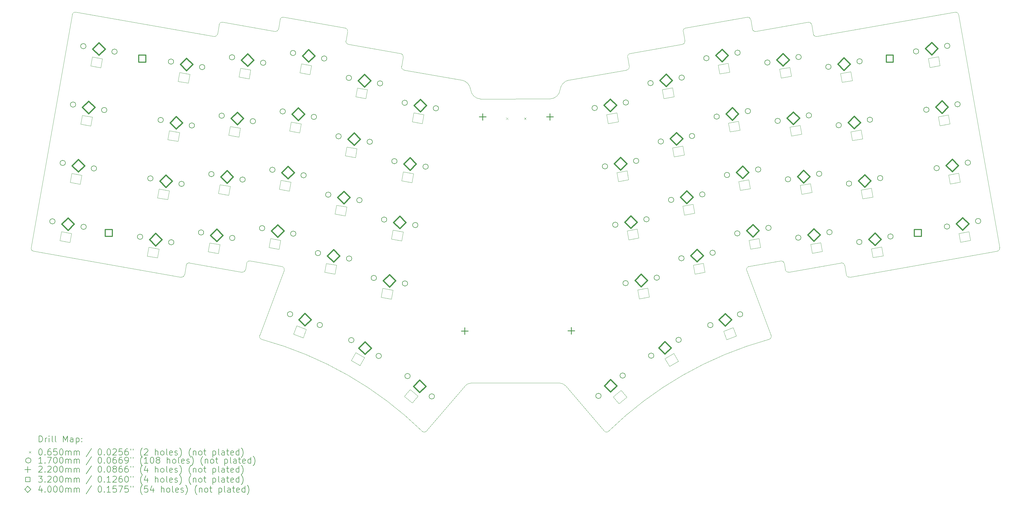
<source format=gbr>
%TF.GenerationSoftware,KiCad,Pcbnew,8.0.0*%
%TF.CreationDate,2024-04-28T13:48:36+02:00*%
%TF.ProjectId,phnx,70686e78-2e6b-4696-9361-645f70636258,A*%
%TF.SameCoordinates,Original*%
%TF.FileFunction,Drillmap*%
%TF.FilePolarity,Positive*%
%FSLAX45Y45*%
G04 Gerber Fmt 4.5, Leading zero omitted, Abs format (unit mm)*
G04 Created by KiCad (PCBNEW 8.0.0) date 2024-04-28 13:48:36*
%MOMM*%
%LPD*%
G01*
G04 APERTURE LIST*
%ADD10C,0.100000*%
%ADD11C,0.050000*%
%ADD12C,0.200000*%
%ADD13C,0.170000*%
%ADD14C,0.220000*%
%ADD15C,0.320000*%
%ADD16C,0.400000*%
G04 APERTURE END LIST*
D10*
X28299496Y-15293967D02*
G75*
G02*
X28380611Y-15178116I98484J17367D01*
G01*
X23733355Y-20462692D02*
X22499720Y-19016205D01*
X29394264Y-14999387D02*
X28380612Y-15178121D01*
X10424362Y-15063379D02*
X12098535Y-15358581D01*
X26267154Y-7630454D02*
G75*
G02*
X26348270Y-7514606I98486J17364D01*
G01*
X31618644Y-15521053D02*
G75*
G02*
X31502798Y-15439937I-17364J98483D01*
G01*
X22316105Y-9493332D02*
G75*
G02*
X21998436Y-9793898I-333245J34052D01*
G01*
X15410950Y-7514608D02*
G75*
G02*
X15492063Y-7630453I-17370J-98482D01*
G01*
X31334858Y-15063379D02*
G75*
G02*
X31450701Y-15144495I17362J-98481D01*
G01*
X13273394Y-7543870D02*
X13325489Y-7248428D01*
X34991265Y-7006041D02*
G75*
G02*
X35107109Y-7087158I17365J-98479D01*
G01*
X24482844Y-8452789D02*
G75*
G02*
X24563959Y-8336942I98476J17369D01*
G01*
X12214381Y-15277465D02*
X12249110Y-15080503D01*
X30275845Y-7329784D02*
G75*
G02*
X30391687Y-7410900I17365J-98476D01*
G01*
X5413499Y-14687542D02*
X10140576Y-15521053D01*
X22316105Y-9493332D02*
G75*
G02*
X22596917Y-9187960I355945J-45518D01*
G01*
X11315435Y-7706342D02*
X11367530Y-7410900D01*
X35107111Y-7087157D02*
X36426837Y-14571696D01*
X18025865Y-20462691D02*
X19260280Y-19015728D01*
X23856948Y-20485692D02*
G75*
G02*
X29028903Y-17518049I8306462J-8485738D01*
G01*
X26238133Y-8041741D02*
X24563960Y-8336943D01*
X28485826Y-7543870D02*
X28433731Y-7248428D01*
X30275845Y-7329784D02*
X28601671Y-7624986D01*
X18025865Y-20462691D02*
G75*
G02*
X17902274Y-20485689I-73515J51481D01*
G01*
X26267154Y-7630454D02*
X26319249Y-7925896D01*
X17195260Y-8336943D02*
G75*
G02*
X17276375Y-8452789I-17360J-98477D01*
G01*
X29088670Y-17389877D02*
G75*
G02*
X29028903Y-17518050I-93970J-34203D01*
G01*
X15492066Y-7630454D02*
X15439971Y-7925896D01*
X23856948Y-20485692D02*
G75*
G02*
X23733353Y-20462693I-50078J74482D01*
G01*
X28317886Y-7167312D02*
G75*
G02*
X28433729Y-7248428I17364J-98478D01*
G01*
X10256422Y-15439937D02*
X10308516Y-15144495D01*
X13273394Y-7543870D02*
G75*
G02*
X13157547Y-7624994I-98484J17360D01*
G01*
X12730317Y-17518048D02*
G75*
G02*
X17902272Y-20485692I-3134509J-11453382D01*
G01*
X6652109Y-7087157D02*
G75*
G02*
X6767955Y-7006040I98481J-17363D01*
G01*
X12730317Y-17518048D02*
G75*
G02*
X12670552Y-17389877I34203J93968D01*
G01*
X11315435Y-7706342D02*
G75*
G02*
X11199588Y-7787465I-98485J17362D01*
G01*
X13459724Y-15293967D02*
X12670550Y-17389877D01*
X17276376Y-8452789D02*
X17224282Y-8748231D01*
X17305398Y-8864077D02*
X19162013Y-9189570D01*
X17305398Y-8864077D02*
G75*
G02*
X17224284Y-8748232I17362J98477D01*
G01*
X19760494Y-9795507D02*
X21998436Y-9793898D01*
X28317886Y-7167312D02*
X26348270Y-7514608D01*
X30443785Y-7706342D02*
X30391690Y-7410900D01*
X10308516Y-15144495D02*
G75*
G02*
X10424362Y-15063376I98484J-17365D01*
G01*
X30559630Y-7787458D02*
G75*
G02*
X30443792Y-7706341I-17360J98478D01*
G01*
X36426837Y-14571696D02*
G75*
G02*
X36345720Y-14687537I-98477J-17364D01*
G01*
X11367530Y-7410900D02*
G75*
G02*
X11483376Y-7329781I98480J-17360D01*
G01*
X10256422Y-15439937D02*
G75*
G02*
X10140576Y-15521052I-98482J17367D01*
G01*
X12214381Y-15277465D02*
G75*
G02*
X12098535Y-15358581I-98481J17365D01*
G01*
X12249110Y-15080503D02*
G75*
G02*
X12364955Y-14999390I98480J-17367D01*
G01*
X29660685Y-15358581D02*
G75*
G02*
X29544839Y-15277465I-17365J98481D01*
G01*
X28601671Y-7624986D02*
G75*
G02*
X28485834Y-7543868I-17362J98476D01*
G01*
X6652109Y-7087157D02*
X5332383Y-14571696D01*
X26319249Y-7925896D02*
G75*
G02*
X26238132Y-8041739I-98479J-17364D01*
G01*
X31334858Y-15063379D02*
X29660685Y-15358581D01*
X6767955Y-7006041D02*
X11199590Y-7787458D01*
X36345721Y-14687542D02*
X31618644Y-15521053D01*
X13325489Y-7248428D02*
G75*
G02*
X13441334Y-7167309I98481J-17362D01*
G01*
X15521087Y-8041741D02*
X17195260Y-8336943D01*
X13378608Y-15178121D02*
G75*
G02*
X13459719Y-15293966I-17368J-98479D01*
G01*
X22288377Y-18920238D02*
G75*
G02*
X22499721Y-19016204I-14557J-312762D01*
G01*
X19760494Y-9795507D02*
G75*
G02*
X19442826Y-9494942I15576J334617D01*
G01*
X15521087Y-8041741D02*
G75*
G02*
X15439969Y-7925895I17363J98481D01*
G01*
X34991265Y-7006041D02*
X30559630Y-7787458D01*
X12364956Y-14999387D02*
X13378608Y-15178121D01*
X31502798Y-15439937D02*
X31450704Y-15144495D01*
X19471623Y-18919762D02*
X22288377Y-18920238D01*
X11483375Y-7329784D02*
X13157548Y-7624986D01*
X29394264Y-14999387D02*
G75*
G02*
X29510112Y-15080503I17366J-98483D01*
G01*
X5413499Y-14687542D02*
G75*
G02*
X5332379Y-14571695I17361J98482D01*
G01*
X19260280Y-19015728D02*
G75*
G02*
X19471623Y-18919762I225900J-216792D01*
G01*
X28299496Y-15293967D02*
X29088670Y-17389877D01*
X24482844Y-8452789D02*
X24534938Y-8748231D01*
X19162013Y-9189570D02*
G75*
G02*
X19442825Y-9494942I-75133J-350890D01*
G01*
X24453822Y-8864077D02*
X22596917Y-9187961D01*
X24534938Y-8748231D02*
G75*
G02*
X24453823Y-8864079I-98478J-17369D01*
G01*
X13441334Y-7167312D02*
X15410950Y-7514608D01*
X29544839Y-15277465D02*
X29510110Y-15080503D01*
D11*
X26965788Y-15360066D02*
X26640801Y-15417370D01*
X26590443Y-15131775D01*
X26915430Y-15074471D01*
X26965788Y-15360066D01*
X15132535Y-15136032D02*
X15082177Y-15421626D01*
X14757190Y-15364322D01*
X14807548Y-15078728D01*
X15132535Y-15136032D01*
X12050128Y-10733899D02*
X11999770Y-11019493D01*
X11674784Y-10962189D01*
X11725142Y-10676595D01*
X12050128Y-10733899D01*
X26111865Y-18221644D02*
X25826077Y-18386644D01*
X25681077Y-18135496D01*
X25966865Y-17970496D01*
X26111865Y-18221644D01*
X28754440Y-14562351D02*
X28429453Y-14619654D01*
X28379095Y-14334060D01*
X28704082Y-14276756D01*
X28754440Y-14562351D01*
X32023402Y-11074258D02*
X31698415Y-11131562D01*
X31648057Y-10845968D01*
X31973044Y-10788664D01*
X32023402Y-11074258D01*
X25177136Y-16157781D02*
X24852150Y-16215085D01*
X24801792Y-15929491D01*
X25126778Y-15872187D01*
X25177136Y-16157781D01*
X35163066Y-12467682D02*
X34838079Y-12524986D01*
X34787721Y-12239391D01*
X35112708Y-12182087D01*
X35163066Y-12467682D01*
X35493432Y-14341278D02*
X35168445Y-14398582D01*
X35118087Y-14112988D01*
X35443074Y-14055684D01*
X35493432Y-14341278D01*
X34833134Y-10596547D02*
X34508148Y-10653851D01*
X34457790Y-10368257D01*
X34782776Y-10310953D01*
X34833134Y-10596547D01*
X12380060Y-8862764D02*
X12329702Y-9148359D01*
X12004715Y-9091055D01*
X12055073Y-8805461D01*
X12380060Y-8862764D01*
X31693470Y-9203124D02*
X31368484Y-9260427D01*
X31318126Y-8974833D01*
X31643112Y-8917529D01*
X31693470Y-9203124D01*
X26631515Y-13464311D02*
X26306529Y-13521615D01*
X26256171Y-13236021D01*
X26581157Y-13178717D01*
X26631515Y-13464311D01*
X16037084Y-18107817D02*
X15892084Y-18358964D01*
X15606296Y-18193964D01*
X15751296Y-17942817D01*
X16037084Y-18107817D01*
X9766579Y-12742886D02*
X9716221Y-13028480D01*
X9391234Y-12971177D01*
X9441592Y-12685582D01*
X9766579Y-12742886D01*
X10426442Y-9000616D02*
X10376084Y-9286211D01*
X10051098Y-9228907D01*
X10101456Y-8943313D01*
X10426442Y-9000616D01*
X27761615Y-8931760D02*
X27436628Y-8989064D01*
X27386270Y-8703470D01*
X27711257Y-8646166D01*
X27761615Y-8931760D01*
X14166480Y-17194968D02*
X14067294Y-17467478D01*
X13757195Y-17354612D01*
X13856381Y-17082101D01*
X14166480Y-17194968D01*
X11720197Y-12605034D02*
X11669839Y-12890628D01*
X11344852Y-12833324D01*
X11395210Y-12547730D01*
X11720197Y-12605034D01*
X25971652Y-9722041D02*
X25646666Y-9779345D01*
X25596308Y-9493751D01*
X25921294Y-9436447D01*
X25971652Y-9722041D01*
X10096511Y-10871751D02*
X10046153Y-11157346D01*
X9721166Y-11100042D01*
X9771524Y-10814447D01*
X10096511Y-10871751D01*
X17605670Y-12195818D02*
X17555312Y-12481413D01*
X17230325Y-12424109D01*
X17280683Y-12138514D01*
X17605670Y-12195818D01*
X16126670Y-9498007D02*
X16076312Y-9783602D01*
X15751326Y-9726298D01*
X15801684Y-9440703D01*
X16126670Y-9498007D01*
X32353333Y-12945393D02*
X32028347Y-13002697D01*
X31977989Y-12717103D01*
X32302975Y-12659799D01*
X32353333Y-12945393D01*
X14003746Y-10596047D02*
X13953388Y-10881641D01*
X13628401Y-10824337D01*
X13678759Y-10538743D01*
X14003746Y-10596047D01*
X29739853Y-9065272D02*
X29414866Y-9122575D01*
X29364508Y-8836981D01*
X29689495Y-8779677D01*
X29739853Y-9065272D01*
X17753703Y-19339717D02*
X17567295Y-19561870D01*
X17314500Y-19349750D01*
X17500909Y-19127597D01*
X17753703Y-19339717D01*
X6959877Y-12247989D02*
X6909519Y-12533583D01*
X6584532Y-12476279D01*
X6634890Y-12190685D01*
X6959877Y-12247989D01*
X13673814Y-12467181D02*
X13623456Y-12752776D01*
X13298470Y-12695472D01*
X13348828Y-12409878D01*
X13673814Y-12467181D01*
X17939942Y-10300064D02*
X17889584Y-10585658D01*
X17564598Y-10528354D01*
X17614956Y-10242760D01*
X17939942Y-10300064D01*
X17275738Y-14066953D02*
X17225380Y-14352548D01*
X16900394Y-14295244D01*
X16950752Y-14009649D01*
X17275738Y-14066953D01*
X32686295Y-14833714D02*
X32361309Y-14891018D01*
X32310951Y-14605423D01*
X32635937Y-14548119D01*
X32686295Y-14833714D01*
X13343883Y-14338316D02*
X13293525Y-14623911D01*
X12968538Y-14566607D01*
X13018896Y-14281013D01*
X13343883Y-14338316D01*
X27970618Y-17414746D02*
X27660519Y-17527613D01*
X27561333Y-17255102D01*
X27871432Y-17142236D01*
X27970618Y-17414746D01*
X7619740Y-8505719D02*
X7569382Y-8791313D01*
X7244396Y-8734009D01*
X7294754Y-8448415D01*
X7619740Y-8505719D01*
X24512932Y-12390891D02*
X24187945Y-12448195D01*
X24137587Y-12162601D01*
X24462574Y-12105297D01*
X24512932Y-12390891D01*
X30732678Y-14695862D02*
X30407691Y-14753166D01*
X30357333Y-14467571D01*
X30682320Y-14410267D01*
X30732678Y-14695862D01*
X24455069Y-19374745D02*
X24202275Y-19586865D01*
X24015866Y-19364712D01*
X24268661Y-19152592D01*
X24455069Y-19374745D01*
X9436648Y-14614020D02*
X9386290Y-14899615D01*
X9061303Y-14842311D01*
X9111661Y-14556717D01*
X9436648Y-14614020D01*
X24842863Y-14262026D02*
X24517877Y-14319330D01*
X24467519Y-14033736D01*
X24792505Y-13976432D01*
X24842863Y-14262026D01*
X15792398Y-11393762D02*
X15742040Y-11679357D01*
X15417053Y-11622053D01*
X15467411Y-11336458D01*
X15792398Y-11393762D01*
X16945807Y-15938088D02*
X16895449Y-16223683D01*
X16570462Y-16166379D01*
X16620820Y-15880784D01*
X16945807Y-15938088D01*
X30068473Y-10928972D02*
X29743487Y-10986276D01*
X29693129Y-10700682D01*
X30018115Y-10643378D01*
X30068473Y-10928972D01*
X11390265Y-14476169D02*
X11339907Y-14761763D01*
X11014921Y-14704459D01*
X11065279Y-14418865D01*
X11390265Y-14476169D01*
X7297195Y-10378156D02*
X7246837Y-10663751D01*
X6921850Y-10606447D01*
X6972208Y-10320852D01*
X7297195Y-10378156D01*
X28090236Y-10795461D02*
X27765249Y-10852765D01*
X27714891Y-10567171D01*
X28039878Y-10509867D01*
X28090236Y-10795461D01*
X14333677Y-8724912D02*
X14283319Y-9010507D01*
X13958333Y-8953203D01*
X14008691Y-8667608D01*
X14333677Y-8724912D01*
X6629945Y-14119123D02*
X6579587Y-14404717D01*
X6254601Y-14347414D01*
X6304959Y-14061819D01*
X6629945Y-14119123D01*
X15462466Y-13264897D02*
X15412108Y-13550491D01*
X15087122Y-13493187D01*
X15137480Y-13207593D01*
X15462466Y-13264897D01*
X26301584Y-11593176D02*
X25976597Y-11650480D01*
X25926239Y-11364886D01*
X26251226Y-11307582D01*
X26301584Y-11593176D01*
X34512264Y-8722871D02*
X34187277Y-8780175D01*
X34136919Y-8494581D01*
X34461906Y-8437277D01*
X34512264Y-8722871D01*
X24184311Y-10527191D02*
X23859325Y-10584495D01*
X23808967Y-10298901D01*
X24133953Y-10241597D01*
X24184311Y-10527191D01*
X30398405Y-12800107D02*
X30073418Y-12857410D01*
X30023060Y-12571816D01*
X30348047Y-12514512D01*
X30398405Y-12800107D01*
X28421478Y-12674030D02*
X28096492Y-12731334D01*
X28046134Y-12445740D01*
X28371120Y-12388436D01*
X28421478Y-12674030D01*
D12*
D10*
X20583110Y-10390664D02*
X20648110Y-10455664D01*
X20648110Y-10390664D02*
X20583110Y-10455664D01*
X21161110Y-10390664D02*
X21226110Y-10455664D01*
X21226110Y-10390664D02*
X21161110Y-10455664D01*
D13*
X6100748Y-13726758D02*
G75*
G02*
X5930748Y-13726758I-85000J0D01*
G01*
X5930748Y-13726758D02*
G75*
G02*
X6100748Y-13726758I85000J0D01*
G01*
X6431548Y-11850700D02*
G75*
G02*
X6261548Y-11850700I-85000J0D01*
G01*
X6261548Y-11850700D02*
G75*
G02*
X6431548Y-11850700I85000J0D01*
G01*
X6762347Y-9974641D02*
G75*
G02*
X6592347Y-9974641I-85000J0D01*
G01*
X6592347Y-9974641D02*
G75*
G02*
X6762347Y-9974641I85000J0D01*
G01*
X7093147Y-8098582D02*
G75*
G02*
X6923147Y-8098582I-85000J0D01*
G01*
X6923147Y-8098582D02*
G75*
G02*
X7093147Y-8098582I85000J0D01*
G01*
X7101312Y-13903185D02*
G75*
G02*
X6931312Y-13903185I-85000J0D01*
G01*
X6931312Y-13903185D02*
G75*
G02*
X7101312Y-13903185I85000J0D01*
G01*
X7432112Y-12027126D02*
G75*
G02*
X7262112Y-12027126I-85000J0D01*
G01*
X7262112Y-12027126D02*
G75*
G02*
X7432112Y-12027126I85000J0D01*
G01*
X7762912Y-10151067D02*
G75*
G02*
X7592912Y-10151067I-85000J0D01*
G01*
X7592912Y-10151067D02*
G75*
G02*
X7762912Y-10151067I85000J0D01*
G01*
X8093712Y-8275008D02*
G75*
G02*
X7923712Y-8275008I-85000J0D01*
G01*
X7923712Y-8275008D02*
G75*
G02*
X8093712Y-8275008I85000J0D01*
G01*
X8914836Y-14222958D02*
G75*
G02*
X8744836Y-14222958I-85000J0D01*
G01*
X8744836Y-14222958D02*
G75*
G02*
X8914836Y-14222958I85000J0D01*
G01*
X9245636Y-12346899D02*
G75*
G02*
X9075636Y-12346899I-85000J0D01*
G01*
X9075636Y-12346899D02*
G75*
G02*
X9245636Y-12346899I85000J0D01*
G01*
X9576436Y-10470840D02*
G75*
G02*
X9406436Y-10470840I-85000J0D01*
G01*
X9406436Y-10470840D02*
G75*
G02*
X9576436Y-10470840I85000J0D01*
G01*
X9907235Y-8594782D02*
G75*
G02*
X9737235Y-8594782I-85000J0D01*
G01*
X9737235Y-8594782D02*
G75*
G02*
X9907235Y-8594782I85000J0D01*
G01*
X9915401Y-14399384D02*
G75*
G02*
X9745401Y-14399384I-85000J0D01*
G01*
X9745401Y-14399384D02*
G75*
G02*
X9915401Y-14399384I85000J0D01*
G01*
X10246201Y-12523325D02*
G75*
G02*
X10076201Y-12523325I-85000J0D01*
G01*
X10076201Y-12523325D02*
G75*
G02*
X10246201Y-12523325I85000J0D01*
G01*
X10577000Y-10647267D02*
G75*
G02*
X10407000Y-10647267I-85000J0D01*
G01*
X10407000Y-10647267D02*
G75*
G02*
X10577000Y-10647267I85000J0D01*
G01*
X10873595Y-14084743D02*
G75*
G02*
X10703595Y-14084743I-85000J0D01*
G01*
X10703595Y-14084743D02*
G75*
G02*
X10873595Y-14084743I85000J0D01*
G01*
X10907800Y-8771208D02*
G75*
G02*
X10737800Y-8771208I-85000J0D01*
G01*
X10737800Y-8771208D02*
G75*
G02*
X10907800Y-8771208I85000J0D01*
G01*
X11204394Y-12208684D02*
G75*
G02*
X11034395Y-12208684I-85000J0D01*
G01*
X11034395Y-12208684D02*
G75*
G02*
X11204394Y-12208684I85000J0D01*
G01*
X11535194Y-10332626D02*
G75*
G02*
X11365194Y-10332626I-85000J0D01*
G01*
X11365194Y-10332626D02*
G75*
G02*
X11535194Y-10332626I85000J0D01*
G01*
X11865994Y-8456567D02*
G75*
G02*
X11695994Y-8456567I-85000J0D01*
G01*
X11695994Y-8456567D02*
G75*
G02*
X11865994Y-8456567I85000J0D01*
G01*
X11874160Y-14261170D02*
G75*
G02*
X11704160Y-14261170I-85000J0D01*
G01*
X11704160Y-14261170D02*
G75*
G02*
X11874160Y-14261170I85000J0D01*
G01*
X12204959Y-12385111D02*
G75*
G02*
X12034959Y-12385111I-85000J0D01*
G01*
X12034959Y-12385111D02*
G75*
G02*
X12204959Y-12385111I85000J0D01*
G01*
X12535759Y-10509052D02*
G75*
G02*
X12365759Y-10509052I-85000J0D01*
G01*
X12365759Y-10509052D02*
G75*
G02*
X12535759Y-10509052I85000J0D01*
G01*
X12832353Y-13946528D02*
G75*
G02*
X12662353Y-13946528I-85000J0D01*
G01*
X12662353Y-13946528D02*
G75*
G02*
X12832353Y-13946528I85000J0D01*
G01*
X12866559Y-8632993D02*
G75*
G02*
X12696559Y-8632993I-85000J0D01*
G01*
X12696559Y-8632993D02*
G75*
G02*
X12866559Y-8632993I85000J0D01*
G01*
X13163153Y-12070469D02*
G75*
G02*
X12993153Y-12070469I-85000J0D01*
G01*
X12993153Y-12070469D02*
G75*
G02*
X13163153Y-12070469I85000J0D01*
G01*
X13493953Y-10194411D02*
G75*
G02*
X13323953Y-10194411I-85000J0D01*
G01*
X13323953Y-10194411D02*
G75*
G02*
X13493953Y-10194411I85000J0D01*
G01*
X13730336Y-16710244D02*
G75*
G02*
X13560336Y-16710244I-85000J0D01*
G01*
X13560336Y-16710244D02*
G75*
G02*
X13730336Y-16710244I85000J0D01*
G01*
X13824753Y-8318352D02*
G75*
G02*
X13654753Y-8318352I-85000J0D01*
G01*
X13654753Y-8318352D02*
G75*
G02*
X13824753Y-8318352I85000J0D01*
G01*
X13832918Y-14122955D02*
G75*
G02*
X13662918Y-14122955I-85000J0D01*
G01*
X13662918Y-14122955D02*
G75*
G02*
X13832918Y-14122955I85000J0D01*
G01*
X14163718Y-12246896D02*
G75*
G02*
X13993718Y-12246896I-85000J0D01*
G01*
X13993718Y-12246896D02*
G75*
G02*
X14163718Y-12246896I85000J0D01*
G01*
X14494518Y-10370837D02*
G75*
G02*
X14324518Y-10370837I-85000J0D01*
G01*
X14324518Y-10370837D02*
G75*
G02*
X14494518Y-10370837I85000J0D01*
G01*
X14625712Y-14746343D02*
G75*
G02*
X14455712Y-14746343I-85000J0D01*
G01*
X14455712Y-14746343D02*
G75*
G02*
X14625712Y-14746343I85000J0D01*
G01*
X14685064Y-17057736D02*
G75*
G02*
X14515064Y-17057736I-85000J0D01*
G01*
X14515064Y-17057736D02*
G75*
G02*
X14685064Y-17057736I85000J0D01*
G01*
X14825317Y-8494778D02*
G75*
G02*
X14655317Y-8494778I-85000J0D01*
G01*
X14655317Y-8494778D02*
G75*
G02*
X14825317Y-8494778I85000J0D01*
G01*
X14956512Y-12870284D02*
G75*
G02*
X14786512Y-12870284I-85000J0D01*
G01*
X14786512Y-12870284D02*
G75*
G02*
X14956512Y-12870284I85000J0D01*
G01*
X15287312Y-10994225D02*
G75*
G02*
X15117312Y-10994225I-85000J0D01*
G01*
X15117312Y-10994225D02*
G75*
G02*
X15287312Y-10994225I85000J0D01*
G01*
X15618112Y-9118166D02*
G75*
G02*
X15448112Y-9118166I-85000J0D01*
G01*
X15448112Y-9118166D02*
G75*
G02*
X15618112Y-9118166I85000J0D01*
G01*
X15626277Y-14922769D02*
G75*
G02*
X15456277Y-14922769I-85000J0D01*
G01*
X15456277Y-14922769D02*
G75*
G02*
X15626277Y-14922769I85000J0D01*
G01*
X15696734Y-17543544D02*
G75*
G02*
X15526734Y-17543544I-85000J0D01*
G01*
X15526734Y-17543544D02*
G75*
G02*
X15696734Y-17543544I85000J0D01*
G01*
X15957077Y-13046711D02*
G75*
G02*
X15787077Y-13046711I-85000J0D01*
G01*
X15787077Y-13046711D02*
G75*
G02*
X15957077Y-13046711I85000J0D01*
G01*
X16287877Y-11170652D02*
G75*
G02*
X16117877Y-11170652I-85000J0D01*
G01*
X16117877Y-11170652D02*
G75*
G02*
X16287877Y-11170652I85000J0D01*
G01*
X16419071Y-15546157D02*
G75*
G02*
X16249071Y-15546157I-85000J0D01*
G01*
X16249071Y-15546157D02*
G75*
G02*
X16419071Y-15546157I85000J0D01*
G01*
X16576616Y-18051544D02*
G75*
G02*
X16406616Y-18051544I-85000J0D01*
G01*
X16406616Y-18051544D02*
G75*
G02*
X16576616Y-18051544I85000J0D01*
G01*
X16618676Y-9294593D02*
G75*
G02*
X16448676Y-9294593I-85000J0D01*
G01*
X16448676Y-9294593D02*
G75*
G02*
X16618676Y-9294593I85000J0D01*
G01*
X16749871Y-13670098D02*
G75*
G02*
X16579871Y-13670098I-85000J0D01*
G01*
X16579871Y-13670098D02*
G75*
G02*
X16749871Y-13670098I85000J0D01*
G01*
X17080671Y-11794039D02*
G75*
G02*
X16910671Y-11794039I-85000J0D01*
G01*
X16910671Y-11794039D02*
G75*
G02*
X17080671Y-11794039I85000J0D01*
G01*
X17411471Y-9917981D02*
G75*
G02*
X17241471Y-9917981I-85000J0D01*
G01*
X17241471Y-9917981D02*
G75*
G02*
X17411471Y-9917981I85000J0D01*
G01*
X17419636Y-15722584D02*
G75*
G02*
X17249636Y-15722584I-85000J0D01*
G01*
X17249636Y-15722584D02*
G75*
G02*
X17419636Y-15722584I85000J0D01*
G01*
X17501677Y-18698258D02*
G75*
G02*
X17331677Y-18698258I-85000J0D01*
G01*
X17331677Y-18698258D02*
G75*
G02*
X17501677Y-18698258I85000J0D01*
G01*
X17750436Y-13846525D02*
G75*
G02*
X17580436Y-13846525I-85000J0D01*
G01*
X17580436Y-13846525D02*
G75*
G02*
X17750436Y-13846525I85000J0D01*
G01*
X18081235Y-11970466D02*
G75*
G02*
X17911235Y-11970466I-85000J0D01*
G01*
X17911235Y-11970466D02*
G75*
G02*
X18081235Y-11970466I85000J0D01*
G01*
X18279978Y-19351330D02*
G75*
G02*
X18109978Y-19351330I-85000J0D01*
G01*
X18109978Y-19351330D02*
G75*
G02*
X18279978Y-19351330I85000J0D01*
G01*
X18412035Y-10094407D02*
G75*
G02*
X18242035Y-10094407I-85000J0D01*
G01*
X18242035Y-10094407D02*
G75*
G02*
X18412035Y-10094407I85000J0D01*
G01*
X23509749Y-10085072D02*
G75*
G02*
X23339749Y-10085072I-85000J0D01*
G01*
X23339749Y-10085072D02*
G75*
G02*
X23509749Y-10085072I85000J0D01*
G01*
X23630709Y-19335290D02*
G75*
G02*
X23460709Y-19335290I-85000J0D01*
G01*
X23460709Y-19335290D02*
G75*
G02*
X23630709Y-19335290I85000J0D01*
G01*
X23840548Y-11961131D02*
G75*
G02*
X23670548Y-11961131I-85000J0D01*
G01*
X23670548Y-11961131D02*
G75*
G02*
X23840548Y-11961131I85000J0D01*
G01*
X24171348Y-13837189D02*
G75*
G02*
X24001348Y-13837189I-85000J0D01*
G01*
X24001348Y-13837189D02*
G75*
G02*
X24171348Y-13837189I85000J0D01*
G01*
X24409010Y-18682218D02*
G75*
G02*
X24239010Y-18682218I-85000J0D01*
G01*
X24239010Y-18682218D02*
G75*
G02*
X24409010Y-18682218I85000J0D01*
G01*
X24502148Y-15713248D02*
G75*
G02*
X24332148Y-15713248I-85000J0D01*
G01*
X24332148Y-15713248D02*
G75*
G02*
X24502148Y-15713248I85000J0D01*
G01*
X24510313Y-9908645D02*
G75*
G02*
X24340313Y-9908645I-85000J0D01*
G01*
X24340313Y-9908645D02*
G75*
G02*
X24510313Y-9908645I85000J0D01*
G01*
X24841113Y-11784704D02*
G75*
G02*
X24671113Y-11784704I-85000J0D01*
G01*
X24671113Y-11784704D02*
G75*
G02*
X24841113Y-11784704I85000J0D01*
G01*
X25171913Y-13660763D02*
G75*
G02*
X25001913Y-13660763I-85000J0D01*
G01*
X25001913Y-13660763D02*
G75*
G02*
X25171913Y-13660763I85000J0D01*
G01*
X25303107Y-9285257D02*
G75*
G02*
X25133107Y-9285257I-85000J0D01*
G01*
X25133107Y-9285257D02*
G75*
G02*
X25303107Y-9285257I85000J0D01*
G01*
X25324376Y-18042948D02*
G75*
G02*
X25154376Y-18042948I-85000J0D01*
G01*
X25154376Y-18042948D02*
G75*
G02*
X25324376Y-18042948I85000J0D01*
G01*
X25502713Y-15536822D02*
G75*
G02*
X25332713Y-15536822I-85000J0D01*
G01*
X25332713Y-15536822D02*
G75*
G02*
X25502713Y-15536822I85000J0D01*
G01*
X25633907Y-11161316D02*
G75*
G02*
X25463907Y-11161316I-85000J0D01*
G01*
X25463907Y-11161316D02*
G75*
G02*
X25633907Y-11161316I85000J0D01*
G01*
X25964707Y-13037375D02*
G75*
G02*
X25794707Y-13037375I-85000J0D01*
G01*
X25794707Y-13037375D02*
G75*
G02*
X25964707Y-13037375I85000J0D01*
G01*
X26204257Y-17534948D02*
G75*
G02*
X26034257Y-17534948I-85000J0D01*
G01*
X26034257Y-17534948D02*
G75*
G02*
X26204257Y-17534948I85000J0D01*
G01*
X26295507Y-14913434D02*
G75*
G02*
X26125507Y-14913434I-85000J0D01*
G01*
X26125507Y-14913434D02*
G75*
G02*
X26295507Y-14913434I85000J0D01*
G01*
X26303672Y-9108831D02*
G75*
G02*
X26133672Y-9108831I-85000J0D01*
G01*
X26133672Y-9108831D02*
G75*
G02*
X26303672Y-9108831I85000J0D01*
G01*
X26634472Y-10984890D02*
G75*
G02*
X26464472Y-10984890I-85000J0D01*
G01*
X26464472Y-10984890D02*
G75*
G02*
X26634472Y-10984890I85000J0D01*
G01*
X26965272Y-12860948D02*
G75*
G02*
X26795272Y-12860948I-85000J0D01*
G01*
X26795272Y-12860948D02*
G75*
G02*
X26965272Y-12860948I85000J0D01*
G01*
X27096466Y-8485443D02*
G75*
G02*
X26926466Y-8485443I-85000J0D01*
G01*
X26926466Y-8485443D02*
G75*
G02*
X27096466Y-8485443I85000J0D01*
G01*
X27223134Y-17060882D02*
G75*
G02*
X27053134Y-17060882I-85000J0D01*
G01*
X27053134Y-17060882D02*
G75*
G02*
X27223134Y-17060882I85000J0D01*
G01*
X27296071Y-14737007D02*
G75*
G02*
X27126071Y-14737007I-85000J0D01*
G01*
X27126071Y-14737007D02*
G75*
G02*
X27296071Y-14737007I85000J0D01*
G01*
X27427266Y-10361502D02*
G75*
G02*
X27257266Y-10361502I-85000J0D01*
G01*
X27257266Y-10361502D02*
G75*
G02*
X27427266Y-10361502I85000J0D01*
G01*
X27758066Y-12237560D02*
G75*
G02*
X27588066Y-12237560I-85000J0D01*
G01*
X27588066Y-12237560D02*
G75*
G02*
X27758066Y-12237560I85000J0D01*
G01*
X28088866Y-14113619D02*
G75*
G02*
X27918866Y-14113619I-85000J0D01*
G01*
X27918866Y-14113619D02*
G75*
G02*
X28088866Y-14113619I85000J0D01*
G01*
X28097031Y-8309016D02*
G75*
G02*
X27927031Y-8309016I-85000J0D01*
G01*
X27927031Y-8309016D02*
G75*
G02*
X28097031Y-8309016I85000J0D01*
G01*
X28177862Y-16713390D02*
G75*
G02*
X28007862Y-16713390I-85000J0D01*
G01*
X28007862Y-16713390D02*
G75*
G02*
X28177862Y-16713390I85000J0D01*
G01*
X28427831Y-10185075D02*
G75*
G02*
X28257831Y-10185075I-85000J0D01*
G01*
X28257831Y-10185075D02*
G75*
G02*
X28427831Y-10185075I85000J0D01*
G01*
X28758630Y-12061134D02*
G75*
G02*
X28588630Y-12061134I-85000J0D01*
G01*
X28588630Y-12061134D02*
G75*
G02*
X28758630Y-12061134I85000J0D01*
G01*
X29055225Y-8623658D02*
G75*
G02*
X28885225Y-8623658I-85000J0D01*
G01*
X28885225Y-8623658D02*
G75*
G02*
X29055225Y-8623658I85000J0D01*
G01*
X29089430Y-13937193D02*
G75*
G02*
X28919430Y-13937193I-85000J0D01*
G01*
X28919430Y-13937193D02*
G75*
G02*
X29089430Y-13937193I85000J0D01*
G01*
X29386025Y-10499716D02*
G75*
G02*
X29216025Y-10499716I-85000J0D01*
G01*
X29216025Y-10499716D02*
G75*
G02*
X29386025Y-10499716I85000J0D01*
G01*
X29716824Y-12375775D02*
G75*
G02*
X29546824Y-12375775I-85000J0D01*
G01*
X29546824Y-12375775D02*
G75*
G02*
X29716824Y-12375775I85000J0D01*
G01*
X30047624Y-14251834D02*
G75*
G02*
X29877624Y-14251834I-85000J0D01*
G01*
X29877624Y-14251834D02*
G75*
G02*
X30047624Y-14251834I85000J0D01*
G01*
X30055790Y-8447232D02*
G75*
G02*
X29885790Y-8447232I-85000J0D01*
G01*
X29885790Y-8447232D02*
G75*
G02*
X30055790Y-8447232I85000J0D01*
G01*
X30386589Y-10323290D02*
G75*
G02*
X30216589Y-10323290I-85000J0D01*
G01*
X30216589Y-10323290D02*
G75*
G02*
X30386589Y-10323290I85000J0D01*
G01*
X30717389Y-12199349D02*
G75*
G02*
X30547389Y-12199349I-85000J0D01*
G01*
X30547389Y-12199349D02*
G75*
G02*
X30717389Y-12199349I85000J0D01*
G01*
X31013984Y-8761873D02*
G75*
G02*
X30843984Y-8761873I-85000J0D01*
G01*
X30843984Y-8761873D02*
G75*
G02*
X31013984Y-8761873I85000J0D01*
G01*
X31048189Y-14075408D02*
G75*
G02*
X30878189Y-14075408I-85000J0D01*
G01*
X30878189Y-14075408D02*
G75*
G02*
X31048189Y-14075408I85000J0D01*
G01*
X31344783Y-10637932D02*
G75*
G02*
X31174783Y-10637932I-85000J0D01*
G01*
X31174783Y-10637932D02*
G75*
G02*
X31344783Y-10637932I85000J0D01*
G01*
X31675583Y-12513990D02*
G75*
G02*
X31505583Y-12513990I-85000J0D01*
G01*
X31505583Y-12513990D02*
G75*
G02*
X31675583Y-12513990I85000J0D01*
G01*
X32006383Y-14390049D02*
G75*
G02*
X31836383Y-14390049I-85000J0D01*
G01*
X31836383Y-14390049D02*
G75*
G02*
X32006383Y-14390049I85000J0D01*
G01*
X32014548Y-8585446D02*
G75*
G02*
X31844548Y-8585446I-85000J0D01*
G01*
X31844548Y-8585446D02*
G75*
G02*
X32014548Y-8585446I85000J0D01*
G01*
X32345348Y-10461505D02*
G75*
G02*
X32175348Y-10461505I-85000J0D01*
G01*
X32175348Y-10461505D02*
G75*
G02*
X32345348Y-10461505I85000J0D01*
G01*
X32676148Y-12337564D02*
G75*
G02*
X32506148Y-12337564I-85000J0D01*
G01*
X32506148Y-12337564D02*
G75*
G02*
X32676148Y-12337564I85000J0D01*
G01*
X33006948Y-14213623D02*
G75*
G02*
X32836948Y-14213623I-85000J0D01*
G01*
X32836948Y-14213623D02*
G75*
G02*
X33006948Y-14213623I85000J0D01*
G01*
X33828072Y-8265673D02*
G75*
G02*
X33658072Y-8265673I-85000J0D01*
G01*
X33658072Y-8265673D02*
G75*
G02*
X33828072Y-8265673I85000J0D01*
G01*
X34158872Y-10141732D02*
G75*
G02*
X33988872Y-10141732I-85000J0D01*
G01*
X33988872Y-10141732D02*
G75*
G02*
X34158872Y-10141732I85000J0D01*
G01*
X34489672Y-12017790D02*
G75*
G02*
X34319672Y-12017790I-85000J0D01*
G01*
X34319672Y-12017790D02*
G75*
G02*
X34489672Y-12017790I85000J0D01*
G01*
X34820471Y-13893849D02*
G75*
G02*
X34650471Y-13893849I-85000J0D01*
G01*
X34650471Y-13893849D02*
G75*
G02*
X34820471Y-13893849I85000J0D01*
G01*
X34828636Y-8089247D02*
G75*
G02*
X34658636Y-8089247I-85000J0D01*
G01*
X34658636Y-8089247D02*
G75*
G02*
X34828636Y-8089247I85000J0D01*
G01*
X35159436Y-9965306D02*
G75*
G02*
X34989436Y-9965306I-85000J0D01*
G01*
X34989436Y-9965306D02*
G75*
G02*
X35159436Y-9965306I85000J0D01*
G01*
X35490236Y-11841364D02*
G75*
G02*
X35320236Y-11841364I-85000J0D01*
G01*
X35320236Y-11841364D02*
G75*
G02*
X35490236Y-11841364I85000J0D01*
G01*
X35821036Y-13717423D02*
G75*
G02*
X35651036Y-13717423I-85000J0D01*
G01*
X35651036Y-13717423D02*
G75*
G02*
X35821036Y-13717423I85000J0D01*
G01*
D14*
X19250000Y-17140000D02*
X19250000Y-17360000D01*
X19140000Y-17250000D02*
X19360000Y-17250000D01*
X19827110Y-10260664D02*
X19827110Y-10480664D01*
X19717110Y-10370664D02*
X19937110Y-10370664D01*
X21982110Y-10260664D02*
X21982110Y-10480664D01*
X21872110Y-10370664D02*
X22092110Y-10370664D01*
X22672600Y-17130600D02*
X22672600Y-17350600D01*
X22562600Y-17240600D02*
X22782600Y-17240600D01*
D15*
X7938138Y-14213138D02*
X7938138Y-13986862D01*
X7711862Y-13986862D01*
X7711862Y-14213138D01*
X7938138Y-14213138D01*
X9013138Y-8613138D02*
X9013138Y-8386862D01*
X8786862Y-8386862D01*
X8786862Y-8613138D01*
X9013138Y-8613138D01*
X33013138Y-8613138D02*
X33013138Y-8386862D01*
X32786862Y-8386862D01*
X32786862Y-8613138D01*
X33013138Y-8613138D01*
X33913138Y-14213138D02*
X33913138Y-13986862D01*
X33686862Y-13986862D01*
X33686862Y-14213138D01*
X33913138Y-14213138D01*
D16*
X6516030Y-14014971D02*
X6716030Y-13814971D01*
X6516030Y-13614971D01*
X6316030Y-13814971D01*
X6516030Y-14014971D01*
X6846830Y-12138913D02*
X7046830Y-11938913D01*
X6846830Y-11738913D01*
X6646830Y-11938913D01*
X6846830Y-12138913D01*
X7177630Y-10262854D02*
X7377630Y-10062854D01*
X7177630Y-9862854D01*
X6977630Y-10062854D01*
X7177630Y-10262854D01*
X7508430Y-8386795D02*
X7708430Y-8186795D01*
X7508430Y-7986795D01*
X7308430Y-8186795D01*
X7508430Y-8386795D01*
X9330119Y-14511171D02*
X9530119Y-14311171D01*
X9330119Y-14111171D01*
X9130119Y-14311171D01*
X9330119Y-14511171D01*
X9660918Y-12635112D02*
X9860918Y-12435112D01*
X9660918Y-12235112D01*
X9460918Y-12435112D01*
X9660918Y-12635112D01*
X9991718Y-10759054D02*
X10191718Y-10559054D01*
X9991718Y-10359054D01*
X9791718Y-10559054D01*
X9991718Y-10759054D01*
X10322518Y-8882995D02*
X10522518Y-8682995D01*
X10322518Y-8482995D01*
X10122518Y-8682995D01*
X10322518Y-8882995D01*
X11288877Y-14372956D02*
X11488877Y-14172956D01*
X11288877Y-13972956D01*
X11088877Y-14172956D01*
X11288877Y-14372956D01*
X11619677Y-12496897D02*
X11819677Y-12296897D01*
X11619677Y-12096897D01*
X11419677Y-12296897D01*
X11619677Y-12496897D01*
X11950477Y-10620839D02*
X12150477Y-10420839D01*
X11950477Y-10220839D01*
X11750477Y-10420839D01*
X11950477Y-10620839D01*
X12281276Y-8744780D02*
X12481276Y-8544780D01*
X12281276Y-8344780D01*
X12081276Y-8544780D01*
X12281276Y-8744780D01*
X13247636Y-14234741D02*
X13447636Y-14034741D01*
X13247636Y-13834741D01*
X13047636Y-14034741D01*
X13247636Y-14234741D01*
X13578436Y-12358683D02*
X13778436Y-12158683D01*
X13578436Y-11958683D01*
X13378436Y-12158683D01*
X13578436Y-12358683D01*
X13909236Y-10482624D02*
X14109236Y-10282624D01*
X13909236Y-10082624D01*
X13709236Y-10282624D01*
X13909236Y-10482624D01*
X14122700Y-17083990D02*
X14322700Y-16883990D01*
X14122700Y-16683990D01*
X13922700Y-16883990D01*
X14122700Y-17083990D01*
X14240035Y-8606565D02*
X14440035Y-8406565D01*
X14240035Y-8206565D01*
X14040035Y-8406565D01*
X14240035Y-8606565D01*
X15040995Y-15034556D02*
X15240995Y-14834556D01*
X15040995Y-14634556D01*
X14840995Y-14834556D01*
X15040995Y-15034556D01*
X15371794Y-13158497D02*
X15571794Y-12958497D01*
X15371794Y-12758497D01*
X15171794Y-12958497D01*
X15371794Y-13158497D01*
X15702594Y-11282438D02*
X15902594Y-11082438D01*
X15702594Y-10882438D01*
X15502594Y-11082438D01*
X15702594Y-11282438D01*
X16033394Y-9406380D02*
X16233394Y-9206380D01*
X16033394Y-9006380D01*
X15833394Y-9206380D01*
X16033394Y-9406380D01*
X16051675Y-17997544D02*
X16251675Y-17797544D01*
X16051675Y-17597544D01*
X15851675Y-17797544D01*
X16051675Y-17997544D01*
X16834354Y-15834370D02*
X17034354Y-15634370D01*
X16834354Y-15434370D01*
X16634354Y-15634370D01*
X16834354Y-15834370D01*
X17165153Y-13958311D02*
X17365153Y-13758311D01*
X17165153Y-13558311D01*
X16965153Y-13758311D01*
X17165153Y-13958311D01*
X17495953Y-12082253D02*
X17695953Y-11882253D01*
X17495953Y-11682253D01*
X17295953Y-11882253D01*
X17495953Y-12082253D01*
X17805827Y-19224794D02*
X18005827Y-19024794D01*
X17805827Y-18824794D01*
X17605827Y-19024794D01*
X17805827Y-19224794D01*
X17826753Y-10206194D02*
X18026753Y-10006194D01*
X17826753Y-9806194D01*
X17626753Y-10006194D01*
X17826753Y-10206194D01*
X23925031Y-10196859D02*
X24125031Y-9996859D01*
X23925031Y-9796859D01*
X23725031Y-9996859D01*
X23925031Y-10196859D01*
X23934859Y-19208754D02*
X24134859Y-19008754D01*
X23934859Y-18808754D01*
X23734859Y-19008754D01*
X23934859Y-19208754D01*
X24255831Y-12072917D02*
X24455831Y-11872917D01*
X24255831Y-11672917D01*
X24055831Y-11872917D01*
X24255831Y-12072917D01*
X24586630Y-13948976D02*
X24786630Y-13748976D01*
X24586630Y-13548976D01*
X24386630Y-13748976D01*
X24586630Y-13948976D01*
X24917430Y-15825035D02*
X25117430Y-15625035D01*
X24917430Y-15425035D01*
X24717430Y-15625035D01*
X24917430Y-15825035D01*
X25679316Y-17988948D02*
X25879316Y-17788948D01*
X25679316Y-17588948D01*
X25479316Y-17788948D01*
X25679316Y-17988948D01*
X25718390Y-9397044D02*
X25918390Y-9197044D01*
X25718390Y-8997044D01*
X25518390Y-9197044D01*
X25718390Y-9397044D01*
X26049189Y-11273103D02*
X26249189Y-11073103D01*
X26049189Y-10873103D01*
X25849189Y-11073103D01*
X26049189Y-11273103D01*
X26379989Y-13149162D02*
X26579989Y-12949162D01*
X26379989Y-12749162D01*
X26179989Y-12949162D01*
X26379989Y-13149162D01*
X26710789Y-15025220D02*
X26910789Y-14825220D01*
X26710789Y-14625220D01*
X26510789Y-14825220D01*
X26710789Y-15025220D01*
X27511749Y-8597230D02*
X27711749Y-8397230D01*
X27511749Y-8197230D01*
X27311749Y-8397230D01*
X27511749Y-8597230D01*
X27615498Y-17087136D02*
X27815498Y-16887136D01*
X27615498Y-16687136D01*
X27415498Y-16887136D01*
X27615498Y-17087136D01*
X27842548Y-10473289D02*
X28042548Y-10273289D01*
X27842548Y-10073289D01*
X27642548Y-10273289D01*
X27842548Y-10473289D01*
X28173348Y-12349347D02*
X28373348Y-12149347D01*
X28173348Y-11949347D01*
X27973348Y-12149347D01*
X28173348Y-12349347D01*
X28504148Y-14225406D02*
X28704148Y-14025406D01*
X28504148Y-13825406D01*
X28304148Y-14025406D01*
X28504148Y-14225406D01*
X29470507Y-8735445D02*
X29670507Y-8535445D01*
X29470507Y-8335445D01*
X29270507Y-8535445D01*
X29470507Y-8735445D01*
X29801307Y-10611503D02*
X30001307Y-10411503D01*
X29801307Y-10211503D01*
X29601307Y-10411503D01*
X29801307Y-10611503D01*
X30132107Y-12487562D02*
X30332107Y-12287562D01*
X30132107Y-12087562D01*
X29932107Y-12287562D01*
X30132107Y-12487562D01*
X30462907Y-14363621D02*
X30662907Y-14163621D01*
X30462907Y-13963621D01*
X30262907Y-14163621D01*
X30462907Y-14363621D01*
X31429266Y-8873660D02*
X31629266Y-8673660D01*
X31429266Y-8473660D01*
X31229266Y-8673660D01*
X31429266Y-8873660D01*
X31760066Y-10749718D02*
X31960066Y-10549718D01*
X31760066Y-10349718D01*
X31560066Y-10549718D01*
X31760066Y-10749718D01*
X32090865Y-12625777D02*
X32290865Y-12425777D01*
X32090865Y-12225777D01*
X31890865Y-12425777D01*
X32090865Y-12625777D01*
X32421665Y-14501836D02*
X32621665Y-14301836D01*
X32421665Y-14101836D01*
X32221665Y-14301836D01*
X32421665Y-14501836D01*
X34243354Y-8377460D02*
X34443354Y-8177460D01*
X34243354Y-7977460D01*
X34043354Y-8177460D01*
X34243354Y-8377460D01*
X34574154Y-10253519D02*
X34774154Y-10053519D01*
X34574154Y-9853519D01*
X34374154Y-10053519D01*
X34574154Y-10253519D01*
X34904954Y-12129577D02*
X35104954Y-11929577D01*
X34904954Y-11729577D01*
X34704954Y-11929577D01*
X34904954Y-12129577D01*
X35235753Y-14005636D02*
X35435753Y-13805636D01*
X35235753Y-13605636D01*
X35035753Y-13805636D01*
X35235753Y-14005636D01*
D12*
X5586636Y-20817445D02*
X5586636Y-20617445D01*
X5586636Y-20617445D02*
X5634255Y-20617445D01*
X5634255Y-20617445D02*
X5662827Y-20626969D01*
X5662827Y-20626969D02*
X5681874Y-20646016D01*
X5681874Y-20646016D02*
X5691398Y-20665064D01*
X5691398Y-20665064D02*
X5700922Y-20703159D01*
X5700922Y-20703159D02*
X5700922Y-20731731D01*
X5700922Y-20731731D02*
X5691398Y-20769826D01*
X5691398Y-20769826D02*
X5681874Y-20788874D01*
X5681874Y-20788874D02*
X5662827Y-20807921D01*
X5662827Y-20807921D02*
X5634255Y-20817445D01*
X5634255Y-20817445D02*
X5586636Y-20817445D01*
X5786636Y-20817445D02*
X5786636Y-20684112D01*
X5786636Y-20722207D02*
X5796160Y-20703159D01*
X5796160Y-20703159D02*
X5805684Y-20693635D01*
X5805684Y-20693635D02*
X5824732Y-20684112D01*
X5824732Y-20684112D02*
X5843779Y-20684112D01*
X5910446Y-20817445D02*
X5910446Y-20684112D01*
X5910446Y-20617445D02*
X5900922Y-20626969D01*
X5900922Y-20626969D02*
X5910446Y-20636493D01*
X5910446Y-20636493D02*
X5919970Y-20626969D01*
X5919970Y-20626969D02*
X5910446Y-20617445D01*
X5910446Y-20617445D02*
X5910446Y-20636493D01*
X6034255Y-20817445D02*
X6015208Y-20807921D01*
X6015208Y-20807921D02*
X6005684Y-20788874D01*
X6005684Y-20788874D02*
X6005684Y-20617445D01*
X6139017Y-20817445D02*
X6119970Y-20807921D01*
X6119970Y-20807921D02*
X6110446Y-20788874D01*
X6110446Y-20788874D02*
X6110446Y-20617445D01*
X6367589Y-20817445D02*
X6367589Y-20617445D01*
X6367589Y-20617445D02*
X6434255Y-20760302D01*
X6434255Y-20760302D02*
X6500922Y-20617445D01*
X6500922Y-20617445D02*
X6500922Y-20817445D01*
X6681874Y-20817445D02*
X6681874Y-20712683D01*
X6681874Y-20712683D02*
X6672351Y-20693635D01*
X6672351Y-20693635D02*
X6653303Y-20684112D01*
X6653303Y-20684112D02*
X6615208Y-20684112D01*
X6615208Y-20684112D02*
X6596160Y-20693635D01*
X6681874Y-20807921D02*
X6662827Y-20817445D01*
X6662827Y-20817445D02*
X6615208Y-20817445D01*
X6615208Y-20817445D02*
X6596160Y-20807921D01*
X6596160Y-20807921D02*
X6586636Y-20788874D01*
X6586636Y-20788874D02*
X6586636Y-20769826D01*
X6586636Y-20769826D02*
X6596160Y-20750778D01*
X6596160Y-20750778D02*
X6615208Y-20741255D01*
X6615208Y-20741255D02*
X6662827Y-20741255D01*
X6662827Y-20741255D02*
X6681874Y-20731731D01*
X6777113Y-20684112D02*
X6777113Y-20884112D01*
X6777113Y-20693635D02*
X6796160Y-20684112D01*
X6796160Y-20684112D02*
X6834255Y-20684112D01*
X6834255Y-20684112D02*
X6853303Y-20693635D01*
X6853303Y-20693635D02*
X6862827Y-20703159D01*
X6862827Y-20703159D02*
X6872351Y-20722207D01*
X6872351Y-20722207D02*
X6872351Y-20779350D01*
X6872351Y-20779350D02*
X6862827Y-20798397D01*
X6862827Y-20798397D02*
X6853303Y-20807921D01*
X6853303Y-20807921D02*
X6834255Y-20817445D01*
X6834255Y-20817445D02*
X6796160Y-20817445D01*
X6796160Y-20817445D02*
X6777113Y-20807921D01*
X6958065Y-20798397D02*
X6967589Y-20807921D01*
X6967589Y-20807921D02*
X6958065Y-20817445D01*
X6958065Y-20817445D02*
X6948541Y-20807921D01*
X6948541Y-20807921D02*
X6958065Y-20798397D01*
X6958065Y-20798397D02*
X6958065Y-20817445D01*
X6958065Y-20693635D02*
X6967589Y-20703159D01*
X6967589Y-20703159D02*
X6958065Y-20712683D01*
X6958065Y-20712683D02*
X6948541Y-20703159D01*
X6948541Y-20703159D02*
X6958065Y-20693635D01*
X6958065Y-20693635D02*
X6958065Y-20712683D01*
D10*
X5260860Y-21113461D02*
X5325860Y-21178461D01*
X5325860Y-21113461D02*
X5260860Y-21178461D01*
D12*
X5624732Y-21037445D02*
X5643779Y-21037445D01*
X5643779Y-21037445D02*
X5662827Y-21046969D01*
X5662827Y-21046969D02*
X5672351Y-21056493D01*
X5672351Y-21056493D02*
X5681874Y-21075540D01*
X5681874Y-21075540D02*
X5691398Y-21113635D01*
X5691398Y-21113635D02*
X5691398Y-21161255D01*
X5691398Y-21161255D02*
X5681874Y-21199350D01*
X5681874Y-21199350D02*
X5672351Y-21218397D01*
X5672351Y-21218397D02*
X5662827Y-21227921D01*
X5662827Y-21227921D02*
X5643779Y-21237445D01*
X5643779Y-21237445D02*
X5624732Y-21237445D01*
X5624732Y-21237445D02*
X5605684Y-21227921D01*
X5605684Y-21227921D02*
X5596160Y-21218397D01*
X5596160Y-21218397D02*
X5586636Y-21199350D01*
X5586636Y-21199350D02*
X5577113Y-21161255D01*
X5577113Y-21161255D02*
X5577113Y-21113635D01*
X5577113Y-21113635D02*
X5586636Y-21075540D01*
X5586636Y-21075540D02*
X5596160Y-21056493D01*
X5596160Y-21056493D02*
X5605684Y-21046969D01*
X5605684Y-21046969D02*
X5624732Y-21037445D01*
X5777113Y-21218397D02*
X5786636Y-21227921D01*
X5786636Y-21227921D02*
X5777113Y-21237445D01*
X5777113Y-21237445D02*
X5767589Y-21227921D01*
X5767589Y-21227921D02*
X5777113Y-21218397D01*
X5777113Y-21218397D02*
X5777113Y-21237445D01*
X5958065Y-21037445D02*
X5919970Y-21037445D01*
X5919970Y-21037445D02*
X5900922Y-21046969D01*
X5900922Y-21046969D02*
X5891398Y-21056493D01*
X5891398Y-21056493D02*
X5872351Y-21085064D01*
X5872351Y-21085064D02*
X5862827Y-21123159D01*
X5862827Y-21123159D02*
X5862827Y-21199350D01*
X5862827Y-21199350D02*
X5872351Y-21218397D01*
X5872351Y-21218397D02*
X5881874Y-21227921D01*
X5881874Y-21227921D02*
X5900922Y-21237445D01*
X5900922Y-21237445D02*
X5939017Y-21237445D01*
X5939017Y-21237445D02*
X5958065Y-21227921D01*
X5958065Y-21227921D02*
X5967589Y-21218397D01*
X5967589Y-21218397D02*
X5977113Y-21199350D01*
X5977113Y-21199350D02*
X5977113Y-21151731D01*
X5977113Y-21151731D02*
X5967589Y-21132683D01*
X5967589Y-21132683D02*
X5958065Y-21123159D01*
X5958065Y-21123159D02*
X5939017Y-21113635D01*
X5939017Y-21113635D02*
X5900922Y-21113635D01*
X5900922Y-21113635D02*
X5881874Y-21123159D01*
X5881874Y-21123159D02*
X5872351Y-21132683D01*
X5872351Y-21132683D02*
X5862827Y-21151731D01*
X6158065Y-21037445D02*
X6062827Y-21037445D01*
X6062827Y-21037445D02*
X6053303Y-21132683D01*
X6053303Y-21132683D02*
X6062827Y-21123159D01*
X6062827Y-21123159D02*
X6081874Y-21113635D01*
X6081874Y-21113635D02*
X6129494Y-21113635D01*
X6129494Y-21113635D02*
X6148541Y-21123159D01*
X6148541Y-21123159D02*
X6158065Y-21132683D01*
X6158065Y-21132683D02*
X6167589Y-21151731D01*
X6167589Y-21151731D02*
X6167589Y-21199350D01*
X6167589Y-21199350D02*
X6158065Y-21218397D01*
X6158065Y-21218397D02*
X6148541Y-21227921D01*
X6148541Y-21227921D02*
X6129494Y-21237445D01*
X6129494Y-21237445D02*
X6081874Y-21237445D01*
X6081874Y-21237445D02*
X6062827Y-21227921D01*
X6062827Y-21227921D02*
X6053303Y-21218397D01*
X6291398Y-21037445D02*
X6310446Y-21037445D01*
X6310446Y-21037445D02*
X6329494Y-21046969D01*
X6329494Y-21046969D02*
X6339017Y-21056493D01*
X6339017Y-21056493D02*
X6348541Y-21075540D01*
X6348541Y-21075540D02*
X6358065Y-21113635D01*
X6358065Y-21113635D02*
X6358065Y-21161255D01*
X6358065Y-21161255D02*
X6348541Y-21199350D01*
X6348541Y-21199350D02*
X6339017Y-21218397D01*
X6339017Y-21218397D02*
X6329494Y-21227921D01*
X6329494Y-21227921D02*
X6310446Y-21237445D01*
X6310446Y-21237445D02*
X6291398Y-21237445D01*
X6291398Y-21237445D02*
X6272351Y-21227921D01*
X6272351Y-21227921D02*
X6262827Y-21218397D01*
X6262827Y-21218397D02*
X6253303Y-21199350D01*
X6253303Y-21199350D02*
X6243779Y-21161255D01*
X6243779Y-21161255D02*
X6243779Y-21113635D01*
X6243779Y-21113635D02*
X6253303Y-21075540D01*
X6253303Y-21075540D02*
X6262827Y-21056493D01*
X6262827Y-21056493D02*
X6272351Y-21046969D01*
X6272351Y-21046969D02*
X6291398Y-21037445D01*
X6443779Y-21237445D02*
X6443779Y-21104112D01*
X6443779Y-21123159D02*
X6453303Y-21113635D01*
X6453303Y-21113635D02*
X6472351Y-21104112D01*
X6472351Y-21104112D02*
X6500922Y-21104112D01*
X6500922Y-21104112D02*
X6519970Y-21113635D01*
X6519970Y-21113635D02*
X6529494Y-21132683D01*
X6529494Y-21132683D02*
X6529494Y-21237445D01*
X6529494Y-21132683D02*
X6539017Y-21113635D01*
X6539017Y-21113635D02*
X6558065Y-21104112D01*
X6558065Y-21104112D02*
X6586636Y-21104112D01*
X6586636Y-21104112D02*
X6605684Y-21113635D01*
X6605684Y-21113635D02*
X6615208Y-21132683D01*
X6615208Y-21132683D02*
X6615208Y-21237445D01*
X6710446Y-21237445D02*
X6710446Y-21104112D01*
X6710446Y-21123159D02*
X6719970Y-21113635D01*
X6719970Y-21113635D02*
X6739017Y-21104112D01*
X6739017Y-21104112D02*
X6767589Y-21104112D01*
X6767589Y-21104112D02*
X6786636Y-21113635D01*
X6786636Y-21113635D02*
X6796160Y-21132683D01*
X6796160Y-21132683D02*
X6796160Y-21237445D01*
X6796160Y-21132683D02*
X6805684Y-21113635D01*
X6805684Y-21113635D02*
X6824732Y-21104112D01*
X6824732Y-21104112D02*
X6853303Y-21104112D01*
X6853303Y-21104112D02*
X6872351Y-21113635D01*
X6872351Y-21113635D02*
X6881875Y-21132683D01*
X6881875Y-21132683D02*
X6881875Y-21237445D01*
X7272351Y-21027921D02*
X7100922Y-21285064D01*
X7529494Y-21037445D02*
X7548541Y-21037445D01*
X7548541Y-21037445D02*
X7567589Y-21046969D01*
X7567589Y-21046969D02*
X7577113Y-21056493D01*
X7577113Y-21056493D02*
X7586637Y-21075540D01*
X7586637Y-21075540D02*
X7596160Y-21113635D01*
X7596160Y-21113635D02*
X7596160Y-21161255D01*
X7596160Y-21161255D02*
X7586637Y-21199350D01*
X7586637Y-21199350D02*
X7577113Y-21218397D01*
X7577113Y-21218397D02*
X7567589Y-21227921D01*
X7567589Y-21227921D02*
X7548541Y-21237445D01*
X7548541Y-21237445D02*
X7529494Y-21237445D01*
X7529494Y-21237445D02*
X7510446Y-21227921D01*
X7510446Y-21227921D02*
X7500922Y-21218397D01*
X7500922Y-21218397D02*
X7491398Y-21199350D01*
X7491398Y-21199350D02*
X7481875Y-21161255D01*
X7481875Y-21161255D02*
X7481875Y-21113635D01*
X7481875Y-21113635D02*
X7491398Y-21075540D01*
X7491398Y-21075540D02*
X7500922Y-21056493D01*
X7500922Y-21056493D02*
X7510446Y-21046969D01*
X7510446Y-21046969D02*
X7529494Y-21037445D01*
X7681875Y-21218397D02*
X7691398Y-21227921D01*
X7691398Y-21227921D02*
X7681875Y-21237445D01*
X7681875Y-21237445D02*
X7672351Y-21227921D01*
X7672351Y-21227921D02*
X7681875Y-21218397D01*
X7681875Y-21218397D02*
X7681875Y-21237445D01*
X7815208Y-21037445D02*
X7834256Y-21037445D01*
X7834256Y-21037445D02*
X7853303Y-21046969D01*
X7853303Y-21046969D02*
X7862827Y-21056493D01*
X7862827Y-21056493D02*
X7872351Y-21075540D01*
X7872351Y-21075540D02*
X7881875Y-21113635D01*
X7881875Y-21113635D02*
X7881875Y-21161255D01*
X7881875Y-21161255D02*
X7872351Y-21199350D01*
X7872351Y-21199350D02*
X7862827Y-21218397D01*
X7862827Y-21218397D02*
X7853303Y-21227921D01*
X7853303Y-21227921D02*
X7834256Y-21237445D01*
X7834256Y-21237445D02*
X7815208Y-21237445D01*
X7815208Y-21237445D02*
X7796160Y-21227921D01*
X7796160Y-21227921D02*
X7786637Y-21218397D01*
X7786637Y-21218397D02*
X7777113Y-21199350D01*
X7777113Y-21199350D02*
X7767589Y-21161255D01*
X7767589Y-21161255D02*
X7767589Y-21113635D01*
X7767589Y-21113635D02*
X7777113Y-21075540D01*
X7777113Y-21075540D02*
X7786637Y-21056493D01*
X7786637Y-21056493D02*
X7796160Y-21046969D01*
X7796160Y-21046969D02*
X7815208Y-21037445D01*
X7958065Y-21056493D02*
X7967589Y-21046969D01*
X7967589Y-21046969D02*
X7986637Y-21037445D01*
X7986637Y-21037445D02*
X8034256Y-21037445D01*
X8034256Y-21037445D02*
X8053303Y-21046969D01*
X8053303Y-21046969D02*
X8062827Y-21056493D01*
X8062827Y-21056493D02*
X8072351Y-21075540D01*
X8072351Y-21075540D02*
X8072351Y-21094588D01*
X8072351Y-21094588D02*
X8062827Y-21123159D01*
X8062827Y-21123159D02*
X7948541Y-21237445D01*
X7948541Y-21237445D02*
X8072351Y-21237445D01*
X8253303Y-21037445D02*
X8158065Y-21037445D01*
X8158065Y-21037445D02*
X8148541Y-21132683D01*
X8148541Y-21132683D02*
X8158065Y-21123159D01*
X8158065Y-21123159D02*
X8177113Y-21113635D01*
X8177113Y-21113635D02*
X8224732Y-21113635D01*
X8224732Y-21113635D02*
X8243779Y-21123159D01*
X8243779Y-21123159D02*
X8253303Y-21132683D01*
X8253303Y-21132683D02*
X8262827Y-21151731D01*
X8262827Y-21151731D02*
X8262827Y-21199350D01*
X8262827Y-21199350D02*
X8253303Y-21218397D01*
X8253303Y-21218397D02*
X8243779Y-21227921D01*
X8243779Y-21227921D02*
X8224732Y-21237445D01*
X8224732Y-21237445D02*
X8177113Y-21237445D01*
X8177113Y-21237445D02*
X8158065Y-21227921D01*
X8158065Y-21227921D02*
X8148541Y-21218397D01*
X8434256Y-21037445D02*
X8396160Y-21037445D01*
X8396160Y-21037445D02*
X8377113Y-21046969D01*
X8377113Y-21046969D02*
X8367589Y-21056493D01*
X8367589Y-21056493D02*
X8348541Y-21085064D01*
X8348541Y-21085064D02*
X8339018Y-21123159D01*
X8339018Y-21123159D02*
X8339018Y-21199350D01*
X8339018Y-21199350D02*
X8348541Y-21218397D01*
X8348541Y-21218397D02*
X8358065Y-21227921D01*
X8358065Y-21227921D02*
X8377113Y-21237445D01*
X8377113Y-21237445D02*
X8415208Y-21237445D01*
X8415208Y-21237445D02*
X8434256Y-21227921D01*
X8434256Y-21227921D02*
X8443780Y-21218397D01*
X8443780Y-21218397D02*
X8453303Y-21199350D01*
X8453303Y-21199350D02*
X8453303Y-21151731D01*
X8453303Y-21151731D02*
X8443780Y-21132683D01*
X8443780Y-21132683D02*
X8434256Y-21123159D01*
X8434256Y-21123159D02*
X8415208Y-21113635D01*
X8415208Y-21113635D02*
X8377113Y-21113635D01*
X8377113Y-21113635D02*
X8358065Y-21123159D01*
X8358065Y-21123159D02*
X8348541Y-21132683D01*
X8348541Y-21132683D02*
X8339018Y-21151731D01*
X8529494Y-21037445D02*
X8529494Y-21075540D01*
X8605684Y-21037445D02*
X8605684Y-21075540D01*
X8900923Y-21313635D02*
X8891399Y-21304112D01*
X8891399Y-21304112D02*
X8872351Y-21275540D01*
X8872351Y-21275540D02*
X8862827Y-21256493D01*
X8862827Y-21256493D02*
X8853303Y-21227921D01*
X8853303Y-21227921D02*
X8843780Y-21180302D01*
X8843780Y-21180302D02*
X8843780Y-21142207D01*
X8843780Y-21142207D02*
X8853303Y-21094588D01*
X8853303Y-21094588D02*
X8862827Y-21066016D01*
X8862827Y-21066016D02*
X8872351Y-21046969D01*
X8872351Y-21046969D02*
X8891399Y-21018397D01*
X8891399Y-21018397D02*
X8900923Y-21008874D01*
X8967589Y-21056493D02*
X8977113Y-21046969D01*
X8977113Y-21046969D02*
X8996161Y-21037445D01*
X8996161Y-21037445D02*
X9043780Y-21037445D01*
X9043780Y-21037445D02*
X9062827Y-21046969D01*
X9062827Y-21046969D02*
X9072351Y-21056493D01*
X9072351Y-21056493D02*
X9081875Y-21075540D01*
X9081875Y-21075540D02*
X9081875Y-21094588D01*
X9081875Y-21094588D02*
X9072351Y-21123159D01*
X9072351Y-21123159D02*
X8958065Y-21237445D01*
X8958065Y-21237445D02*
X9081875Y-21237445D01*
X9319970Y-21237445D02*
X9319970Y-21037445D01*
X9405684Y-21237445D02*
X9405684Y-21132683D01*
X9405684Y-21132683D02*
X9396161Y-21113635D01*
X9396161Y-21113635D02*
X9377113Y-21104112D01*
X9377113Y-21104112D02*
X9348542Y-21104112D01*
X9348542Y-21104112D02*
X9329494Y-21113635D01*
X9329494Y-21113635D02*
X9319970Y-21123159D01*
X9529494Y-21237445D02*
X9510446Y-21227921D01*
X9510446Y-21227921D02*
X9500923Y-21218397D01*
X9500923Y-21218397D02*
X9491399Y-21199350D01*
X9491399Y-21199350D02*
X9491399Y-21142207D01*
X9491399Y-21142207D02*
X9500923Y-21123159D01*
X9500923Y-21123159D02*
X9510446Y-21113635D01*
X9510446Y-21113635D02*
X9529494Y-21104112D01*
X9529494Y-21104112D02*
X9558065Y-21104112D01*
X9558065Y-21104112D02*
X9577113Y-21113635D01*
X9577113Y-21113635D02*
X9586637Y-21123159D01*
X9586637Y-21123159D02*
X9596161Y-21142207D01*
X9596161Y-21142207D02*
X9596161Y-21199350D01*
X9596161Y-21199350D02*
X9586637Y-21218397D01*
X9586637Y-21218397D02*
X9577113Y-21227921D01*
X9577113Y-21227921D02*
X9558065Y-21237445D01*
X9558065Y-21237445D02*
X9529494Y-21237445D01*
X9710446Y-21237445D02*
X9691399Y-21227921D01*
X9691399Y-21227921D02*
X9681875Y-21208874D01*
X9681875Y-21208874D02*
X9681875Y-21037445D01*
X9862827Y-21227921D02*
X9843780Y-21237445D01*
X9843780Y-21237445D02*
X9805684Y-21237445D01*
X9805684Y-21237445D02*
X9786637Y-21227921D01*
X9786637Y-21227921D02*
X9777113Y-21208874D01*
X9777113Y-21208874D02*
X9777113Y-21132683D01*
X9777113Y-21132683D02*
X9786637Y-21113635D01*
X9786637Y-21113635D02*
X9805684Y-21104112D01*
X9805684Y-21104112D02*
X9843780Y-21104112D01*
X9843780Y-21104112D02*
X9862827Y-21113635D01*
X9862827Y-21113635D02*
X9872351Y-21132683D01*
X9872351Y-21132683D02*
X9872351Y-21151731D01*
X9872351Y-21151731D02*
X9777113Y-21170778D01*
X9948542Y-21227921D02*
X9967589Y-21237445D01*
X9967589Y-21237445D02*
X10005684Y-21237445D01*
X10005684Y-21237445D02*
X10024732Y-21227921D01*
X10024732Y-21227921D02*
X10034256Y-21208874D01*
X10034256Y-21208874D02*
X10034256Y-21199350D01*
X10034256Y-21199350D02*
X10024732Y-21180302D01*
X10024732Y-21180302D02*
X10005684Y-21170778D01*
X10005684Y-21170778D02*
X9977113Y-21170778D01*
X9977113Y-21170778D02*
X9958065Y-21161255D01*
X9958065Y-21161255D02*
X9948542Y-21142207D01*
X9948542Y-21142207D02*
X9948542Y-21132683D01*
X9948542Y-21132683D02*
X9958065Y-21113635D01*
X9958065Y-21113635D02*
X9977113Y-21104112D01*
X9977113Y-21104112D02*
X10005684Y-21104112D01*
X10005684Y-21104112D02*
X10024732Y-21113635D01*
X10100923Y-21313635D02*
X10110446Y-21304112D01*
X10110446Y-21304112D02*
X10129494Y-21275540D01*
X10129494Y-21275540D02*
X10139018Y-21256493D01*
X10139018Y-21256493D02*
X10148542Y-21227921D01*
X10148542Y-21227921D02*
X10158065Y-21180302D01*
X10158065Y-21180302D02*
X10158065Y-21142207D01*
X10158065Y-21142207D02*
X10148542Y-21094588D01*
X10148542Y-21094588D02*
X10139018Y-21066016D01*
X10139018Y-21066016D02*
X10129494Y-21046969D01*
X10129494Y-21046969D02*
X10110446Y-21018397D01*
X10110446Y-21018397D02*
X10100923Y-21008874D01*
X10462827Y-21313635D02*
X10453304Y-21304112D01*
X10453304Y-21304112D02*
X10434256Y-21275540D01*
X10434256Y-21275540D02*
X10424732Y-21256493D01*
X10424732Y-21256493D02*
X10415208Y-21227921D01*
X10415208Y-21227921D02*
X10405685Y-21180302D01*
X10405685Y-21180302D02*
X10405685Y-21142207D01*
X10405685Y-21142207D02*
X10415208Y-21094588D01*
X10415208Y-21094588D02*
X10424732Y-21066016D01*
X10424732Y-21066016D02*
X10434256Y-21046969D01*
X10434256Y-21046969D02*
X10453304Y-21018397D01*
X10453304Y-21018397D02*
X10462827Y-21008874D01*
X10539018Y-21104112D02*
X10539018Y-21237445D01*
X10539018Y-21123159D02*
X10548542Y-21113635D01*
X10548542Y-21113635D02*
X10567589Y-21104112D01*
X10567589Y-21104112D02*
X10596161Y-21104112D01*
X10596161Y-21104112D02*
X10615208Y-21113635D01*
X10615208Y-21113635D02*
X10624732Y-21132683D01*
X10624732Y-21132683D02*
X10624732Y-21237445D01*
X10748542Y-21237445D02*
X10729494Y-21227921D01*
X10729494Y-21227921D02*
X10719970Y-21218397D01*
X10719970Y-21218397D02*
X10710446Y-21199350D01*
X10710446Y-21199350D02*
X10710446Y-21142207D01*
X10710446Y-21142207D02*
X10719970Y-21123159D01*
X10719970Y-21123159D02*
X10729494Y-21113635D01*
X10729494Y-21113635D02*
X10748542Y-21104112D01*
X10748542Y-21104112D02*
X10777113Y-21104112D01*
X10777113Y-21104112D02*
X10796161Y-21113635D01*
X10796161Y-21113635D02*
X10805685Y-21123159D01*
X10805685Y-21123159D02*
X10815208Y-21142207D01*
X10815208Y-21142207D02*
X10815208Y-21199350D01*
X10815208Y-21199350D02*
X10805685Y-21218397D01*
X10805685Y-21218397D02*
X10796161Y-21227921D01*
X10796161Y-21227921D02*
X10777113Y-21237445D01*
X10777113Y-21237445D02*
X10748542Y-21237445D01*
X10872351Y-21104112D02*
X10948542Y-21104112D01*
X10900923Y-21037445D02*
X10900923Y-21208874D01*
X10900923Y-21208874D02*
X10910446Y-21227921D01*
X10910446Y-21227921D02*
X10929494Y-21237445D01*
X10929494Y-21237445D02*
X10948542Y-21237445D01*
X11167589Y-21104112D02*
X11167589Y-21304112D01*
X11167589Y-21113635D02*
X11186637Y-21104112D01*
X11186637Y-21104112D02*
X11224732Y-21104112D01*
X11224732Y-21104112D02*
X11243780Y-21113635D01*
X11243780Y-21113635D02*
X11253304Y-21123159D01*
X11253304Y-21123159D02*
X11262827Y-21142207D01*
X11262827Y-21142207D02*
X11262827Y-21199350D01*
X11262827Y-21199350D02*
X11253304Y-21218397D01*
X11253304Y-21218397D02*
X11243780Y-21227921D01*
X11243780Y-21227921D02*
X11224732Y-21237445D01*
X11224732Y-21237445D02*
X11186637Y-21237445D01*
X11186637Y-21237445D02*
X11167589Y-21227921D01*
X11377113Y-21237445D02*
X11358065Y-21227921D01*
X11358065Y-21227921D02*
X11348542Y-21208874D01*
X11348542Y-21208874D02*
X11348542Y-21037445D01*
X11539018Y-21237445D02*
X11539018Y-21132683D01*
X11539018Y-21132683D02*
X11529494Y-21113635D01*
X11529494Y-21113635D02*
X11510446Y-21104112D01*
X11510446Y-21104112D02*
X11472351Y-21104112D01*
X11472351Y-21104112D02*
X11453304Y-21113635D01*
X11539018Y-21227921D02*
X11519970Y-21237445D01*
X11519970Y-21237445D02*
X11472351Y-21237445D01*
X11472351Y-21237445D02*
X11453304Y-21227921D01*
X11453304Y-21227921D02*
X11443780Y-21208874D01*
X11443780Y-21208874D02*
X11443780Y-21189826D01*
X11443780Y-21189826D02*
X11453304Y-21170778D01*
X11453304Y-21170778D02*
X11472351Y-21161255D01*
X11472351Y-21161255D02*
X11519970Y-21161255D01*
X11519970Y-21161255D02*
X11539018Y-21151731D01*
X11605685Y-21104112D02*
X11681875Y-21104112D01*
X11634256Y-21037445D02*
X11634256Y-21208874D01*
X11634256Y-21208874D02*
X11643780Y-21227921D01*
X11643780Y-21227921D02*
X11662827Y-21237445D01*
X11662827Y-21237445D02*
X11681875Y-21237445D01*
X11824732Y-21227921D02*
X11805685Y-21237445D01*
X11805685Y-21237445D02*
X11767589Y-21237445D01*
X11767589Y-21237445D02*
X11748542Y-21227921D01*
X11748542Y-21227921D02*
X11739018Y-21208874D01*
X11739018Y-21208874D02*
X11739018Y-21132683D01*
X11739018Y-21132683D02*
X11748542Y-21113635D01*
X11748542Y-21113635D02*
X11767589Y-21104112D01*
X11767589Y-21104112D02*
X11805685Y-21104112D01*
X11805685Y-21104112D02*
X11824732Y-21113635D01*
X11824732Y-21113635D02*
X11834256Y-21132683D01*
X11834256Y-21132683D02*
X11834256Y-21151731D01*
X11834256Y-21151731D02*
X11739018Y-21170778D01*
X12005685Y-21237445D02*
X12005685Y-21037445D01*
X12005685Y-21227921D02*
X11986637Y-21237445D01*
X11986637Y-21237445D02*
X11948542Y-21237445D01*
X11948542Y-21237445D02*
X11929494Y-21227921D01*
X11929494Y-21227921D02*
X11919970Y-21218397D01*
X11919970Y-21218397D02*
X11910446Y-21199350D01*
X11910446Y-21199350D02*
X11910446Y-21142207D01*
X11910446Y-21142207D02*
X11919970Y-21123159D01*
X11919970Y-21123159D02*
X11929494Y-21113635D01*
X11929494Y-21113635D02*
X11948542Y-21104112D01*
X11948542Y-21104112D02*
X11986637Y-21104112D01*
X11986637Y-21104112D02*
X12005685Y-21113635D01*
X12081875Y-21313635D02*
X12091399Y-21304112D01*
X12091399Y-21304112D02*
X12110446Y-21275540D01*
X12110446Y-21275540D02*
X12119970Y-21256493D01*
X12119970Y-21256493D02*
X12129494Y-21227921D01*
X12129494Y-21227921D02*
X12139018Y-21180302D01*
X12139018Y-21180302D02*
X12139018Y-21142207D01*
X12139018Y-21142207D02*
X12129494Y-21094588D01*
X12129494Y-21094588D02*
X12119970Y-21066016D01*
X12119970Y-21066016D02*
X12110446Y-21046969D01*
X12110446Y-21046969D02*
X12091399Y-21018397D01*
X12091399Y-21018397D02*
X12081875Y-21008874D01*
D13*
X5325860Y-21409961D02*
G75*
G02*
X5155860Y-21409961I-85000J0D01*
G01*
X5155860Y-21409961D02*
G75*
G02*
X5325860Y-21409961I85000J0D01*
G01*
D12*
X5691398Y-21501445D02*
X5577113Y-21501445D01*
X5634255Y-21501445D02*
X5634255Y-21301445D01*
X5634255Y-21301445D02*
X5615208Y-21330016D01*
X5615208Y-21330016D02*
X5596160Y-21349064D01*
X5596160Y-21349064D02*
X5577113Y-21358588D01*
X5777113Y-21482397D02*
X5786636Y-21491921D01*
X5786636Y-21491921D02*
X5777113Y-21501445D01*
X5777113Y-21501445D02*
X5767589Y-21491921D01*
X5767589Y-21491921D02*
X5777113Y-21482397D01*
X5777113Y-21482397D02*
X5777113Y-21501445D01*
X5853303Y-21301445D02*
X5986636Y-21301445D01*
X5986636Y-21301445D02*
X5900922Y-21501445D01*
X6100922Y-21301445D02*
X6119970Y-21301445D01*
X6119970Y-21301445D02*
X6139017Y-21310969D01*
X6139017Y-21310969D02*
X6148541Y-21320493D01*
X6148541Y-21320493D02*
X6158065Y-21339540D01*
X6158065Y-21339540D02*
X6167589Y-21377635D01*
X6167589Y-21377635D02*
X6167589Y-21425255D01*
X6167589Y-21425255D02*
X6158065Y-21463350D01*
X6158065Y-21463350D02*
X6148541Y-21482397D01*
X6148541Y-21482397D02*
X6139017Y-21491921D01*
X6139017Y-21491921D02*
X6119970Y-21501445D01*
X6119970Y-21501445D02*
X6100922Y-21501445D01*
X6100922Y-21501445D02*
X6081874Y-21491921D01*
X6081874Y-21491921D02*
X6072351Y-21482397D01*
X6072351Y-21482397D02*
X6062827Y-21463350D01*
X6062827Y-21463350D02*
X6053303Y-21425255D01*
X6053303Y-21425255D02*
X6053303Y-21377635D01*
X6053303Y-21377635D02*
X6062827Y-21339540D01*
X6062827Y-21339540D02*
X6072351Y-21320493D01*
X6072351Y-21320493D02*
X6081874Y-21310969D01*
X6081874Y-21310969D02*
X6100922Y-21301445D01*
X6291398Y-21301445D02*
X6310446Y-21301445D01*
X6310446Y-21301445D02*
X6329494Y-21310969D01*
X6329494Y-21310969D02*
X6339017Y-21320493D01*
X6339017Y-21320493D02*
X6348541Y-21339540D01*
X6348541Y-21339540D02*
X6358065Y-21377635D01*
X6358065Y-21377635D02*
X6358065Y-21425255D01*
X6358065Y-21425255D02*
X6348541Y-21463350D01*
X6348541Y-21463350D02*
X6339017Y-21482397D01*
X6339017Y-21482397D02*
X6329494Y-21491921D01*
X6329494Y-21491921D02*
X6310446Y-21501445D01*
X6310446Y-21501445D02*
X6291398Y-21501445D01*
X6291398Y-21501445D02*
X6272351Y-21491921D01*
X6272351Y-21491921D02*
X6262827Y-21482397D01*
X6262827Y-21482397D02*
X6253303Y-21463350D01*
X6253303Y-21463350D02*
X6243779Y-21425255D01*
X6243779Y-21425255D02*
X6243779Y-21377635D01*
X6243779Y-21377635D02*
X6253303Y-21339540D01*
X6253303Y-21339540D02*
X6262827Y-21320493D01*
X6262827Y-21320493D02*
X6272351Y-21310969D01*
X6272351Y-21310969D02*
X6291398Y-21301445D01*
X6443779Y-21501445D02*
X6443779Y-21368112D01*
X6443779Y-21387159D02*
X6453303Y-21377635D01*
X6453303Y-21377635D02*
X6472351Y-21368112D01*
X6472351Y-21368112D02*
X6500922Y-21368112D01*
X6500922Y-21368112D02*
X6519970Y-21377635D01*
X6519970Y-21377635D02*
X6529494Y-21396683D01*
X6529494Y-21396683D02*
X6529494Y-21501445D01*
X6529494Y-21396683D02*
X6539017Y-21377635D01*
X6539017Y-21377635D02*
X6558065Y-21368112D01*
X6558065Y-21368112D02*
X6586636Y-21368112D01*
X6586636Y-21368112D02*
X6605684Y-21377635D01*
X6605684Y-21377635D02*
X6615208Y-21396683D01*
X6615208Y-21396683D02*
X6615208Y-21501445D01*
X6710446Y-21501445D02*
X6710446Y-21368112D01*
X6710446Y-21387159D02*
X6719970Y-21377635D01*
X6719970Y-21377635D02*
X6739017Y-21368112D01*
X6739017Y-21368112D02*
X6767589Y-21368112D01*
X6767589Y-21368112D02*
X6786636Y-21377635D01*
X6786636Y-21377635D02*
X6796160Y-21396683D01*
X6796160Y-21396683D02*
X6796160Y-21501445D01*
X6796160Y-21396683D02*
X6805684Y-21377635D01*
X6805684Y-21377635D02*
X6824732Y-21368112D01*
X6824732Y-21368112D02*
X6853303Y-21368112D01*
X6853303Y-21368112D02*
X6872351Y-21377635D01*
X6872351Y-21377635D02*
X6881875Y-21396683D01*
X6881875Y-21396683D02*
X6881875Y-21501445D01*
X7272351Y-21291921D02*
X7100922Y-21549064D01*
X7529494Y-21301445D02*
X7548541Y-21301445D01*
X7548541Y-21301445D02*
X7567589Y-21310969D01*
X7567589Y-21310969D02*
X7577113Y-21320493D01*
X7577113Y-21320493D02*
X7586637Y-21339540D01*
X7586637Y-21339540D02*
X7596160Y-21377635D01*
X7596160Y-21377635D02*
X7596160Y-21425255D01*
X7596160Y-21425255D02*
X7586637Y-21463350D01*
X7586637Y-21463350D02*
X7577113Y-21482397D01*
X7577113Y-21482397D02*
X7567589Y-21491921D01*
X7567589Y-21491921D02*
X7548541Y-21501445D01*
X7548541Y-21501445D02*
X7529494Y-21501445D01*
X7529494Y-21501445D02*
X7510446Y-21491921D01*
X7510446Y-21491921D02*
X7500922Y-21482397D01*
X7500922Y-21482397D02*
X7491398Y-21463350D01*
X7491398Y-21463350D02*
X7481875Y-21425255D01*
X7481875Y-21425255D02*
X7481875Y-21377635D01*
X7481875Y-21377635D02*
X7491398Y-21339540D01*
X7491398Y-21339540D02*
X7500922Y-21320493D01*
X7500922Y-21320493D02*
X7510446Y-21310969D01*
X7510446Y-21310969D02*
X7529494Y-21301445D01*
X7681875Y-21482397D02*
X7691398Y-21491921D01*
X7691398Y-21491921D02*
X7681875Y-21501445D01*
X7681875Y-21501445D02*
X7672351Y-21491921D01*
X7672351Y-21491921D02*
X7681875Y-21482397D01*
X7681875Y-21482397D02*
X7681875Y-21501445D01*
X7815208Y-21301445D02*
X7834256Y-21301445D01*
X7834256Y-21301445D02*
X7853303Y-21310969D01*
X7853303Y-21310969D02*
X7862827Y-21320493D01*
X7862827Y-21320493D02*
X7872351Y-21339540D01*
X7872351Y-21339540D02*
X7881875Y-21377635D01*
X7881875Y-21377635D02*
X7881875Y-21425255D01*
X7881875Y-21425255D02*
X7872351Y-21463350D01*
X7872351Y-21463350D02*
X7862827Y-21482397D01*
X7862827Y-21482397D02*
X7853303Y-21491921D01*
X7853303Y-21491921D02*
X7834256Y-21501445D01*
X7834256Y-21501445D02*
X7815208Y-21501445D01*
X7815208Y-21501445D02*
X7796160Y-21491921D01*
X7796160Y-21491921D02*
X7786637Y-21482397D01*
X7786637Y-21482397D02*
X7777113Y-21463350D01*
X7777113Y-21463350D02*
X7767589Y-21425255D01*
X7767589Y-21425255D02*
X7767589Y-21377635D01*
X7767589Y-21377635D02*
X7777113Y-21339540D01*
X7777113Y-21339540D02*
X7786637Y-21320493D01*
X7786637Y-21320493D02*
X7796160Y-21310969D01*
X7796160Y-21310969D02*
X7815208Y-21301445D01*
X8053303Y-21301445D02*
X8015208Y-21301445D01*
X8015208Y-21301445D02*
X7996160Y-21310969D01*
X7996160Y-21310969D02*
X7986637Y-21320493D01*
X7986637Y-21320493D02*
X7967589Y-21349064D01*
X7967589Y-21349064D02*
X7958065Y-21387159D01*
X7958065Y-21387159D02*
X7958065Y-21463350D01*
X7958065Y-21463350D02*
X7967589Y-21482397D01*
X7967589Y-21482397D02*
X7977113Y-21491921D01*
X7977113Y-21491921D02*
X7996160Y-21501445D01*
X7996160Y-21501445D02*
X8034256Y-21501445D01*
X8034256Y-21501445D02*
X8053303Y-21491921D01*
X8053303Y-21491921D02*
X8062827Y-21482397D01*
X8062827Y-21482397D02*
X8072351Y-21463350D01*
X8072351Y-21463350D02*
X8072351Y-21415731D01*
X8072351Y-21415731D02*
X8062827Y-21396683D01*
X8062827Y-21396683D02*
X8053303Y-21387159D01*
X8053303Y-21387159D02*
X8034256Y-21377635D01*
X8034256Y-21377635D02*
X7996160Y-21377635D01*
X7996160Y-21377635D02*
X7977113Y-21387159D01*
X7977113Y-21387159D02*
X7967589Y-21396683D01*
X7967589Y-21396683D02*
X7958065Y-21415731D01*
X8243779Y-21301445D02*
X8205684Y-21301445D01*
X8205684Y-21301445D02*
X8186637Y-21310969D01*
X8186637Y-21310969D02*
X8177113Y-21320493D01*
X8177113Y-21320493D02*
X8158065Y-21349064D01*
X8158065Y-21349064D02*
X8148541Y-21387159D01*
X8148541Y-21387159D02*
X8148541Y-21463350D01*
X8148541Y-21463350D02*
X8158065Y-21482397D01*
X8158065Y-21482397D02*
X8167589Y-21491921D01*
X8167589Y-21491921D02*
X8186637Y-21501445D01*
X8186637Y-21501445D02*
X8224732Y-21501445D01*
X8224732Y-21501445D02*
X8243779Y-21491921D01*
X8243779Y-21491921D02*
X8253303Y-21482397D01*
X8253303Y-21482397D02*
X8262827Y-21463350D01*
X8262827Y-21463350D02*
X8262827Y-21415731D01*
X8262827Y-21415731D02*
X8253303Y-21396683D01*
X8253303Y-21396683D02*
X8243779Y-21387159D01*
X8243779Y-21387159D02*
X8224732Y-21377635D01*
X8224732Y-21377635D02*
X8186637Y-21377635D01*
X8186637Y-21377635D02*
X8167589Y-21387159D01*
X8167589Y-21387159D02*
X8158065Y-21396683D01*
X8158065Y-21396683D02*
X8148541Y-21415731D01*
X8358065Y-21501445D02*
X8396160Y-21501445D01*
X8396160Y-21501445D02*
X8415208Y-21491921D01*
X8415208Y-21491921D02*
X8424732Y-21482397D01*
X8424732Y-21482397D02*
X8443780Y-21453826D01*
X8443780Y-21453826D02*
X8453303Y-21415731D01*
X8453303Y-21415731D02*
X8453303Y-21339540D01*
X8453303Y-21339540D02*
X8443780Y-21320493D01*
X8443780Y-21320493D02*
X8434256Y-21310969D01*
X8434256Y-21310969D02*
X8415208Y-21301445D01*
X8415208Y-21301445D02*
X8377113Y-21301445D01*
X8377113Y-21301445D02*
X8358065Y-21310969D01*
X8358065Y-21310969D02*
X8348541Y-21320493D01*
X8348541Y-21320493D02*
X8339018Y-21339540D01*
X8339018Y-21339540D02*
X8339018Y-21387159D01*
X8339018Y-21387159D02*
X8348541Y-21406207D01*
X8348541Y-21406207D02*
X8358065Y-21415731D01*
X8358065Y-21415731D02*
X8377113Y-21425255D01*
X8377113Y-21425255D02*
X8415208Y-21425255D01*
X8415208Y-21425255D02*
X8434256Y-21415731D01*
X8434256Y-21415731D02*
X8443780Y-21406207D01*
X8443780Y-21406207D02*
X8453303Y-21387159D01*
X8529494Y-21301445D02*
X8529494Y-21339540D01*
X8605684Y-21301445D02*
X8605684Y-21339540D01*
X8900923Y-21577635D02*
X8891399Y-21568112D01*
X8891399Y-21568112D02*
X8872351Y-21539540D01*
X8872351Y-21539540D02*
X8862827Y-21520493D01*
X8862827Y-21520493D02*
X8853303Y-21491921D01*
X8853303Y-21491921D02*
X8843780Y-21444302D01*
X8843780Y-21444302D02*
X8843780Y-21406207D01*
X8843780Y-21406207D02*
X8853303Y-21358588D01*
X8853303Y-21358588D02*
X8862827Y-21330016D01*
X8862827Y-21330016D02*
X8872351Y-21310969D01*
X8872351Y-21310969D02*
X8891399Y-21282397D01*
X8891399Y-21282397D02*
X8900923Y-21272874D01*
X9081875Y-21501445D02*
X8967589Y-21501445D01*
X9024732Y-21501445D02*
X9024732Y-21301445D01*
X9024732Y-21301445D02*
X9005684Y-21330016D01*
X9005684Y-21330016D02*
X8986637Y-21349064D01*
X8986637Y-21349064D02*
X8967589Y-21358588D01*
X9205684Y-21301445D02*
X9224732Y-21301445D01*
X9224732Y-21301445D02*
X9243780Y-21310969D01*
X9243780Y-21310969D02*
X9253303Y-21320493D01*
X9253303Y-21320493D02*
X9262827Y-21339540D01*
X9262827Y-21339540D02*
X9272351Y-21377635D01*
X9272351Y-21377635D02*
X9272351Y-21425255D01*
X9272351Y-21425255D02*
X9262827Y-21463350D01*
X9262827Y-21463350D02*
X9253303Y-21482397D01*
X9253303Y-21482397D02*
X9243780Y-21491921D01*
X9243780Y-21491921D02*
X9224732Y-21501445D01*
X9224732Y-21501445D02*
X9205684Y-21501445D01*
X9205684Y-21501445D02*
X9186637Y-21491921D01*
X9186637Y-21491921D02*
X9177113Y-21482397D01*
X9177113Y-21482397D02*
X9167589Y-21463350D01*
X9167589Y-21463350D02*
X9158065Y-21425255D01*
X9158065Y-21425255D02*
X9158065Y-21377635D01*
X9158065Y-21377635D02*
X9167589Y-21339540D01*
X9167589Y-21339540D02*
X9177113Y-21320493D01*
X9177113Y-21320493D02*
X9186637Y-21310969D01*
X9186637Y-21310969D02*
X9205684Y-21301445D01*
X9386637Y-21387159D02*
X9367589Y-21377635D01*
X9367589Y-21377635D02*
X9358065Y-21368112D01*
X9358065Y-21368112D02*
X9348542Y-21349064D01*
X9348542Y-21349064D02*
X9348542Y-21339540D01*
X9348542Y-21339540D02*
X9358065Y-21320493D01*
X9358065Y-21320493D02*
X9367589Y-21310969D01*
X9367589Y-21310969D02*
X9386637Y-21301445D01*
X9386637Y-21301445D02*
X9424732Y-21301445D01*
X9424732Y-21301445D02*
X9443780Y-21310969D01*
X9443780Y-21310969D02*
X9453303Y-21320493D01*
X9453303Y-21320493D02*
X9462827Y-21339540D01*
X9462827Y-21339540D02*
X9462827Y-21349064D01*
X9462827Y-21349064D02*
X9453303Y-21368112D01*
X9453303Y-21368112D02*
X9443780Y-21377635D01*
X9443780Y-21377635D02*
X9424732Y-21387159D01*
X9424732Y-21387159D02*
X9386637Y-21387159D01*
X9386637Y-21387159D02*
X9367589Y-21396683D01*
X9367589Y-21396683D02*
X9358065Y-21406207D01*
X9358065Y-21406207D02*
X9348542Y-21425255D01*
X9348542Y-21425255D02*
X9348542Y-21463350D01*
X9348542Y-21463350D02*
X9358065Y-21482397D01*
X9358065Y-21482397D02*
X9367589Y-21491921D01*
X9367589Y-21491921D02*
X9386637Y-21501445D01*
X9386637Y-21501445D02*
X9424732Y-21501445D01*
X9424732Y-21501445D02*
X9443780Y-21491921D01*
X9443780Y-21491921D02*
X9453303Y-21482397D01*
X9453303Y-21482397D02*
X9462827Y-21463350D01*
X9462827Y-21463350D02*
X9462827Y-21425255D01*
X9462827Y-21425255D02*
X9453303Y-21406207D01*
X9453303Y-21406207D02*
X9443780Y-21396683D01*
X9443780Y-21396683D02*
X9424732Y-21387159D01*
X9700923Y-21501445D02*
X9700923Y-21301445D01*
X9786637Y-21501445D02*
X9786637Y-21396683D01*
X9786637Y-21396683D02*
X9777113Y-21377635D01*
X9777113Y-21377635D02*
X9758065Y-21368112D01*
X9758065Y-21368112D02*
X9729494Y-21368112D01*
X9729494Y-21368112D02*
X9710446Y-21377635D01*
X9710446Y-21377635D02*
X9700923Y-21387159D01*
X9910446Y-21501445D02*
X9891399Y-21491921D01*
X9891399Y-21491921D02*
X9881875Y-21482397D01*
X9881875Y-21482397D02*
X9872351Y-21463350D01*
X9872351Y-21463350D02*
X9872351Y-21406207D01*
X9872351Y-21406207D02*
X9881875Y-21387159D01*
X9881875Y-21387159D02*
X9891399Y-21377635D01*
X9891399Y-21377635D02*
X9910446Y-21368112D01*
X9910446Y-21368112D02*
X9939018Y-21368112D01*
X9939018Y-21368112D02*
X9958065Y-21377635D01*
X9958065Y-21377635D02*
X9967589Y-21387159D01*
X9967589Y-21387159D02*
X9977113Y-21406207D01*
X9977113Y-21406207D02*
X9977113Y-21463350D01*
X9977113Y-21463350D02*
X9967589Y-21482397D01*
X9967589Y-21482397D02*
X9958065Y-21491921D01*
X9958065Y-21491921D02*
X9939018Y-21501445D01*
X9939018Y-21501445D02*
X9910446Y-21501445D01*
X10091399Y-21501445D02*
X10072351Y-21491921D01*
X10072351Y-21491921D02*
X10062827Y-21472874D01*
X10062827Y-21472874D02*
X10062827Y-21301445D01*
X10243780Y-21491921D02*
X10224732Y-21501445D01*
X10224732Y-21501445D02*
X10186637Y-21501445D01*
X10186637Y-21501445D02*
X10167589Y-21491921D01*
X10167589Y-21491921D02*
X10158065Y-21472874D01*
X10158065Y-21472874D02*
X10158065Y-21396683D01*
X10158065Y-21396683D02*
X10167589Y-21377635D01*
X10167589Y-21377635D02*
X10186637Y-21368112D01*
X10186637Y-21368112D02*
X10224732Y-21368112D01*
X10224732Y-21368112D02*
X10243780Y-21377635D01*
X10243780Y-21377635D02*
X10253304Y-21396683D01*
X10253304Y-21396683D02*
X10253304Y-21415731D01*
X10253304Y-21415731D02*
X10158065Y-21434778D01*
X10329494Y-21491921D02*
X10348542Y-21501445D01*
X10348542Y-21501445D02*
X10386637Y-21501445D01*
X10386637Y-21501445D02*
X10405685Y-21491921D01*
X10405685Y-21491921D02*
X10415208Y-21472874D01*
X10415208Y-21472874D02*
X10415208Y-21463350D01*
X10415208Y-21463350D02*
X10405685Y-21444302D01*
X10405685Y-21444302D02*
X10386637Y-21434778D01*
X10386637Y-21434778D02*
X10358065Y-21434778D01*
X10358065Y-21434778D02*
X10339018Y-21425255D01*
X10339018Y-21425255D02*
X10329494Y-21406207D01*
X10329494Y-21406207D02*
X10329494Y-21396683D01*
X10329494Y-21396683D02*
X10339018Y-21377635D01*
X10339018Y-21377635D02*
X10358065Y-21368112D01*
X10358065Y-21368112D02*
X10386637Y-21368112D01*
X10386637Y-21368112D02*
X10405685Y-21377635D01*
X10481875Y-21577635D02*
X10491399Y-21568112D01*
X10491399Y-21568112D02*
X10510446Y-21539540D01*
X10510446Y-21539540D02*
X10519970Y-21520493D01*
X10519970Y-21520493D02*
X10529494Y-21491921D01*
X10529494Y-21491921D02*
X10539018Y-21444302D01*
X10539018Y-21444302D02*
X10539018Y-21406207D01*
X10539018Y-21406207D02*
X10529494Y-21358588D01*
X10529494Y-21358588D02*
X10519970Y-21330016D01*
X10519970Y-21330016D02*
X10510446Y-21310969D01*
X10510446Y-21310969D02*
X10491399Y-21282397D01*
X10491399Y-21282397D02*
X10481875Y-21272874D01*
X10843780Y-21577635D02*
X10834256Y-21568112D01*
X10834256Y-21568112D02*
X10815208Y-21539540D01*
X10815208Y-21539540D02*
X10805685Y-21520493D01*
X10805685Y-21520493D02*
X10796161Y-21491921D01*
X10796161Y-21491921D02*
X10786637Y-21444302D01*
X10786637Y-21444302D02*
X10786637Y-21406207D01*
X10786637Y-21406207D02*
X10796161Y-21358588D01*
X10796161Y-21358588D02*
X10805685Y-21330016D01*
X10805685Y-21330016D02*
X10815208Y-21310969D01*
X10815208Y-21310969D02*
X10834256Y-21282397D01*
X10834256Y-21282397D02*
X10843780Y-21272874D01*
X10919970Y-21368112D02*
X10919970Y-21501445D01*
X10919970Y-21387159D02*
X10929494Y-21377635D01*
X10929494Y-21377635D02*
X10948542Y-21368112D01*
X10948542Y-21368112D02*
X10977113Y-21368112D01*
X10977113Y-21368112D02*
X10996161Y-21377635D01*
X10996161Y-21377635D02*
X11005685Y-21396683D01*
X11005685Y-21396683D02*
X11005685Y-21501445D01*
X11129494Y-21501445D02*
X11110446Y-21491921D01*
X11110446Y-21491921D02*
X11100923Y-21482397D01*
X11100923Y-21482397D02*
X11091399Y-21463350D01*
X11091399Y-21463350D02*
X11091399Y-21406207D01*
X11091399Y-21406207D02*
X11100923Y-21387159D01*
X11100923Y-21387159D02*
X11110446Y-21377635D01*
X11110446Y-21377635D02*
X11129494Y-21368112D01*
X11129494Y-21368112D02*
X11158066Y-21368112D01*
X11158066Y-21368112D02*
X11177113Y-21377635D01*
X11177113Y-21377635D02*
X11186637Y-21387159D01*
X11186637Y-21387159D02*
X11196161Y-21406207D01*
X11196161Y-21406207D02*
X11196161Y-21463350D01*
X11196161Y-21463350D02*
X11186637Y-21482397D01*
X11186637Y-21482397D02*
X11177113Y-21491921D01*
X11177113Y-21491921D02*
X11158066Y-21501445D01*
X11158066Y-21501445D02*
X11129494Y-21501445D01*
X11253304Y-21368112D02*
X11329494Y-21368112D01*
X11281875Y-21301445D02*
X11281875Y-21472874D01*
X11281875Y-21472874D02*
X11291399Y-21491921D01*
X11291399Y-21491921D02*
X11310446Y-21501445D01*
X11310446Y-21501445D02*
X11329494Y-21501445D01*
X11548542Y-21368112D02*
X11548542Y-21568112D01*
X11548542Y-21377635D02*
X11567589Y-21368112D01*
X11567589Y-21368112D02*
X11605685Y-21368112D01*
X11605685Y-21368112D02*
X11624732Y-21377635D01*
X11624732Y-21377635D02*
X11634256Y-21387159D01*
X11634256Y-21387159D02*
X11643780Y-21406207D01*
X11643780Y-21406207D02*
X11643780Y-21463350D01*
X11643780Y-21463350D02*
X11634256Y-21482397D01*
X11634256Y-21482397D02*
X11624732Y-21491921D01*
X11624732Y-21491921D02*
X11605685Y-21501445D01*
X11605685Y-21501445D02*
X11567589Y-21501445D01*
X11567589Y-21501445D02*
X11548542Y-21491921D01*
X11758065Y-21501445D02*
X11739018Y-21491921D01*
X11739018Y-21491921D02*
X11729494Y-21472874D01*
X11729494Y-21472874D02*
X11729494Y-21301445D01*
X11919970Y-21501445D02*
X11919970Y-21396683D01*
X11919970Y-21396683D02*
X11910446Y-21377635D01*
X11910446Y-21377635D02*
X11891399Y-21368112D01*
X11891399Y-21368112D02*
X11853304Y-21368112D01*
X11853304Y-21368112D02*
X11834256Y-21377635D01*
X11919970Y-21491921D02*
X11900923Y-21501445D01*
X11900923Y-21501445D02*
X11853304Y-21501445D01*
X11853304Y-21501445D02*
X11834256Y-21491921D01*
X11834256Y-21491921D02*
X11824732Y-21472874D01*
X11824732Y-21472874D02*
X11824732Y-21453826D01*
X11824732Y-21453826D02*
X11834256Y-21434778D01*
X11834256Y-21434778D02*
X11853304Y-21425255D01*
X11853304Y-21425255D02*
X11900923Y-21425255D01*
X11900923Y-21425255D02*
X11919970Y-21415731D01*
X11986637Y-21368112D02*
X12062827Y-21368112D01*
X12015208Y-21301445D02*
X12015208Y-21472874D01*
X12015208Y-21472874D02*
X12024732Y-21491921D01*
X12024732Y-21491921D02*
X12043780Y-21501445D01*
X12043780Y-21501445D02*
X12062827Y-21501445D01*
X12205685Y-21491921D02*
X12186637Y-21501445D01*
X12186637Y-21501445D02*
X12148542Y-21501445D01*
X12148542Y-21501445D02*
X12129494Y-21491921D01*
X12129494Y-21491921D02*
X12119970Y-21472874D01*
X12119970Y-21472874D02*
X12119970Y-21396683D01*
X12119970Y-21396683D02*
X12129494Y-21377635D01*
X12129494Y-21377635D02*
X12148542Y-21368112D01*
X12148542Y-21368112D02*
X12186637Y-21368112D01*
X12186637Y-21368112D02*
X12205685Y-21377635D01*
X12205685Y-21377635D02*
X12215208Y-21396683D01*
X12215208Y-21396683D02*
X12215208Y-21415731D01*
X12215208Y-21415731D02*
X12119970Y-21434778D01*
X12386637Y-21501445D02*
X12386637Y-21301445D01*
X12386637Y-21491921D02*
X12367589Y-21501445D01*
X12367589Y-21501445D02*
X12329494Y-21501445D01*
X12329494Y-21501445D02*
X12310446Y-21491921D01*
X12310446Y-21491921D02*
X12300923Y-21482397D01*
X12300923Y-21482397D02*
X12291399Y-21463350D01*
X12291399Y-21463350D02*
X12291399Y-21406207D01*
X12291399Y-21406207D02*
X12300923Y-21387159D01*
X12300923Y-21387159D02*
X12310446Y-21377635D01*
X12310446Y-21377635D02*
X12329494Y-21368112D01*
X12329494Y-21368112D02*
X12367589Y-21368112D01*
X12367589Y-21368112D02*
X12386637Y-21377635D01*
X12462827Y-21577635D02*
X12472351Y-21568112D01*
X12472351Y-21568112D02*
X12491399Y-21539540D01*
X12491399Y-21539540D02*
X12500923Y-21520493D01*
X12500923Y-21520493D02*
X12510446Y-21491921D01*
X12510446Y-21491921D02*
X12519970Y-21444302D01*
X12519970Y-21444302D02*
X12519970Y-21406207D01*
X12519970Y-21406207D02*
X12510446Y-21358588D01*
X12510446Y-21358588D02*
X12500923Y-21330016D01*
X12500923Y-21330016D02*
X12491399Y-21310969D01*
X12491399Y-21310969D02*
X12472351Y-21282397D01*
X12472351Y-21282397D02*
X12462827Y-21272874D01*
X5225860Y-21599961D02*
X5225860Y-21799961D01*
X5125860Y-21699961D02*
X5325860Y-21699961D01*
X5577113Y-21610493D02*
X5586636Y-21600969D01*
X5586636Y-21600969D02*
X5605684Y-21591445D01*
X5605684Y-21591445D02*
X5653303Y-21591445D01*
X5653303Y-21591445D02*
X5672351Y-21600969D01*
X5672351Y-21600969D02*
X5681874Y-21610493D01*
X5681874Y-21610493D02*
X5691398Y-21629540D01*
X5691398Y-21629540D02*
X5691398Y-21648588D01*
X5691398Y-21648588D02*
X5681874Y-21677159D01*
X5681874Y-21677159D02*
X5567589Y-21791445D01*
X5567589Y-21791445D02*
X5691398Y-21791445D01*
X5777113Y-21772397D02*
X5786636Y-21781921D01*
X5786636Y-21781921D02*
X5777113Y-21791445D01*
X5777113Y-21791445D02*
X5767589Y-21781921D01*
X5767589Y-21781921D02*
X5777113Y-21772397D01*
X5777113Y-21772397D02*
X5777113Y-21791445D01*
X5862827Y-21610493D02*
X5872351Y-21600969D01*
X5872351Y-21600969D02*
X5891398Y-21591445D01*
X5891398Y-21591445D02*
X5939017Y-21591445D01*
X5939017Y-21591445D02*
X5958065Y-21600969D01*
X5958065Y-21600969D02*
X5967589Y-21610493D01*
X5967589Y-21610493D02*
X5977113Y-21629540D01*
X5977113Y-21629540D02*
X5977113Y-21648588D01*
X5977113Y-21648588D02*
X5967589Y-21677159D01*
X5967589Y-21677159D02*
X5853303Y-21791445D01*
X5853303Y-21791445D02*
X5977113Y-21791445D01*
X6100922Y-21591445D02*
X6119970Y-21591445D01*
X6119970Y-21591445D02*
X6139017Y-21600969D01*
X6139017Y-21600969D02*
X6148541Y-21610493D01*
X6148541Y-21610493D02*
X6158065Y-21629540D01*
X6158065Y-21629540D02*
X6167589Y-21667635D01*
X6167589Y-21667635D02*
X6167589Y-21715255D01*
X6167589Y-21715255D02*
X6158065Y-21753350D01*
X6158065Y-21753350D02*
X6148541Y-21772397D01*
X6148541Y-21772397D02*
X6139017Y-21781921D01*
X6139017Y-21781921D02*
X6119970Y-21791445D01*
X6119970Y-21791445D02*
X6100922Y-21791445D01*
X6100922Y-21791445D02*
X6081874Y-21781921D01*
X6081874Y-21781921D02*
X6072351Y-21772397D01*
X6072351Y-21772397D02*
X6062827Y-21753350D01*
X6062827Y-21753350D02*
X6053303Y-21715255D01*
X6053303Y-21715255D02*
X6053303Y-21667635D01*
X6053303Y-21667635D02*
X6062827Y-21629540D01*
X6062827Y-21629540D02*
X6072351Y-21610493D01*
X6072351Y-21610493D02*
X6081874Y-21600969D01*
X6081874Y-21600969D02*
X6100922Y-21591445D01*
X6291398Y-21591445D02*
X6310446Y-21591445D01*
X6310446Y-21591445D02*
X6329494Y-21600969D01*
X6329494Y-21600969D02*
X6339017Y-21610493D01*
X6339017Y-21610493D02*
X6348541Y-21629540D01*
X6348541Y-21629540D02*
X6358065Y-21667635D01*
X6358065Y-21667635D02*
X6358065Y-21715255D01*
X6358065Y-21715255D02*
X6348541Y-21753350D01*
X6348541Y-21753350D02*
X6339017Y-21772397D01*
X6339017Y-21772397D02*
X6329494Y-21781921D01*
X6329494Y-21781921D02*
X6310446Y-21791445D01*
X6310446Y-21791445D02*
X6291398Y-21791445D01*
X6291398Y-21791445D02*
X6272351Y-21781921D01*
X6272351Y-21781921D02*
X6262827Y-21772397D01*
X6262827Y-21772397D02*
X6253303Y-21753350D01*
X6253303Y-21753350D02*
X6243779Y-21715255D01*
X6243779Y-21715255D02*
X6243779Y-21667635D01*
X6243779Y-21667635D02*
X6253303Y-21629540D01*
X6253303Y-21629540D02*
X6262827Y-21610493D01*
X6262827Y-21610493D02*
X6272351Y-21600969D01*
X6272351Y-21600969D02*
X6291398Y-21591445D01*
X6443779Y-21791445D02*
X6443779Y-21658112D01*
X6443779Y-21677159D02*
X6453303Y-21667635D01*
X6453303Y-21667635D02*
X6472351Y-21658112D01*
X6472351Y-21658112D02*
X6500922Y-21658112D01*
X6500922Y-21658112D02*
X6519970Y-21667635D01*
X6519970Y-21667635D02*
X6529494Y-21686683D01*
X6529494Y-21686683D02*
X6529494Y-21791445D01*
X6529494Y-21686683D02*
X6539017Y-21667635D01*
X6539017Y-21667635D02*
X6558065Y-21658112D01*
X6558065Y-21658112D02*
X6586636Y-21658112D01*
X6586636Y-21658112D02*
X6605684Y-21667635D01*
X6605684Y-21667635D02*
X6615208Y-21686683D01*
X6615208Y-21686683D02*
X6615208Y-21791445D01*
X6710446Y-21791445D02*
X6710446Y-21658112D01*
X6710446Y-21677159D02*
X6719970Y-21667635D01*
X6719970Y-21667635D02*
X6739017Y-21658112D01*
X6739017Y-21658112D02*
X6767589Y-21658112D01*
X6767589Y-21658112D02*
X6786636Y-21667635D01*
X6786636Y-21667635D02*
X6796160Y-21686683D01*
X6796160Y-21686683D02*
X6796160Y-21791445D01*
X6796160Y-21686683D02*
X6805684Y-21667635D01*
X6805684Y-21667635D02*
X6824732Y-21658112D01*
X6824732Y-21658112D02*
X6853303Y-21658112D01*
X6853303Y-21658112D02*
X6872351Y-21667635D01*
X6872351Y-21667635D02*
X6881875Y-21686683D01*
X6881875Y-21686683D02*
X6881875Y-21791445D01*
X7272351Y-21581921D02*
X7100922Y-21839064D01*
X7529494Y-21591445D02*
X7548541Y-21591445D01*
X7548541Y-21591445D02*
X7567589Y-21600969D01*
X7567589Y-21600969D02*
X7577113Y-21610493D01*
X7577113Y-21610493D02*
X7586637Y-21629540D01*
X7586637Y-21629540D02*
X7596160Y-21667635D01*
X7596160Y-21667635D02*
X7596160Y-21715255D01*
X7596160Y-21715255D02*
X7586637Y-21753350D01*
X7586637Y-21753350D02*
X7577113Y-21772397D01*
X7577113Y-21772397D02*
X7567589Y-21781921D01*
X7567589Y-21781921D02*
X7548541Y-21791445D01*
X7548541Y-21791445D02*
X7529494Y-21791445D01*
X7529494Y-21791445D02*
X7510446Y-21781921D01*
X7510446Y-21781921D02*
X7500922Y-21772397D01*
X7500922Y-21772397D02*
X7491398Y-21753350D01*
X7491398Y-21753350D02*
X7481875Y-21715255D01*
X7481875Y-21715255D02*
X7481875Y-21667635D01*
X7481875Y-21667635D02*
X7491398Y-21629540D01*
X7491398Y-21629540D02*
X7500922Y-21610493D01*
X7500922Y-21610493D02*
X7510446Y-21600969D01*
X7510446Y-21600969D02*
X7529494Y-21591445D01*
X7681875Y-21772397D02*
X7691398Y-21781921D01*
X7691398Y-21781921D02*
X7681875Y-21791445D01*
X7681875Y-21791445D02*
X7672351Y-21781921D01*
X7672351Y-21781921D02*
X7681875Y-21772397D01*
X7681875Y-21772397D02*
X7681875Y-21791445D01*
X7815208Y-21591445D02*
X7834256Y-21591445D01*
X7834256Y-21591445D02*
X7853303Y-21600969D01*
X7853303Y-21600969D02*
X7862827Y-21610493D01*
X7862827Y-21610493D02*
X7872351Y-21629540D01*
X7872351Y-21629540D02*
X7881875Y-21667635D01*
X7881875Y-21667635D02*
X7881875Y-21715255D01*
X7881875Y-21715255D02*
X7872351Y-21753350D01*
X7872351Y-21753350D02*
X7862827Y-21772397D01*
X7862827Y-21772397D02*
X7853303Y-21781921D01*
X7853303Y-21781921D02*
X7834256Y-21791445D01*
X7834256Y-21791445D02*
X7815208Y-21791445D01*
X7815208Y-21791445D02*
X7796160Y-21781921D01*
X7796160Y-21781921D02*
X7786637Y-21772397D01*
X7786637Y-21772397D02*
X7777113Y-21753350D01*
X7777113Y-21753350D02*
X7767589Y-21715255D01*
X7767589Y-21715255D02*
X7767589Y-21667635D01*
X7767589Y-21667635D02*
X7777113Y-21629540D01*
X7777113Y-21629540D02*
X7786637Y-21610493D01*
X7786637Y-21610493D02*
X7796160Y-21600969D01*
X7796160Y-21600969D02*
X7815208Y-21591445D01*
X7996160Y-21677159D02*
X7977113Y-21667635D01*
X7977113Y-21667635D02*
X7967589Y-21658112D01*
X7967589Y-21658112D02*
X7958065Y-21639064D01*
X7958065Y-21639064D02*
X7958065Y-21629540D01*
X7958065Y-21629540D02*
X7967589Y-21610493D01*
X7967589Y-21610493D02*
X7977113Y-21600969D01*
X7977113Y-21600969D02*
X7996160Y-21591445D01*
X7996160Y-21591445D02*
X8034256Y-21591445D01*
X8034256Y-21591445D02*
X8053303Y-21600969D01*
X8053303Y-21600969D02*
X8062827Y-21610493D01*
X8062827Y-21610493D02*
X8072351Y-21629540D01*
X8072351Y-21629540D02*
X8072351Y-21639064D01*
X8072351Y-21639064D02*
X8062827Y-21658112D01*
X8062827Y-21658112D02*
X8053303Y-21667635D01*
X8053303Y-21667635D02*
X8034256Y-21677159D01*
X8034256Y-21677159D02*
X7996160Y-21677159D01*
X7996160Y-21677159D02*
X7977113Y-21686683D01*
X7977113Y-21686683D02*
X7967589Y-21696207D01*
X7967589Y-21696207D02*
X7958065Y-21715255D01*
X7958065Y-21715255D02*
X7958065Y-21753350D01*
X7958065Y-21753350D02*
X7967589Y-21772397D01*
X7967589Y-21772397D02*
X7977113Y-21781921D01*
X7977113Y-21781921D02*
X7996160Y-21791445D01*
X7996160Y-21791445D02*
X8034256Y-21791445D01*
X8034256Y-21791445D02*
X8053303Y-21781921D01*
X8053303Y-21781921D02*
X8062827Y-21772397D01*
X8062827Y-21772397D02*
X8072351Y-21753350D01*
X8072351Y-21753350D02*
X8072351Y-21715255D01*
X8072351Y-21715255D02*
X8062827Y-21696207D01*
X8062827Y-21696207D02*
X8053303Y-21686683D01*
X8053303Y-21686683D02*
X8034256Y-21677159D01*
X8243779Y-21591445D02*
X8205684Y-21591445D01*
X8205684Y-21591445D02*
X8186637Y-21600969D01*
X8186637Y-21600969D02*
X8177113Y-21610493D01*
X8177113Y-21610493D02*
X8158065Y-21639064D01*
X8158065Y-21639064D02*
X8148541Y-21677159D01*
X8148541Y-21677159D02*
X8148541Y-21753350D01*
X8148541Y-21753350D02*
X8158065Y-21772397D01*
X8158065Y-21772397D02*
X8167589Y-21781921D01*
X8167589Y-21781921D02*
X8186637Y-21791445D01*
X8186637Y-21791445D02*
X8224732Y-21791445D01*
X8224732Y-21791445D02*
X8243779Y-21781921D01*
X8243779Y-21781921D02*
X8253303Y-21772397D01*
X8253303Y-21772397D02*
X8262827Y-21753350D01*
X8262827Y-21753350D02*
X8262827Y-21705731D01*
X8262827Y-21705731D02*
X8253303Y-21686683D01*
X8253303Y-21686683D02*
X8243779Y-21677159D01*
X8243779Y-21677159D02*
X8224732Y-21667635D01*
X8224732Y-21667635D02*
X8186637Y-21667635D01*
X8186637Y-21667635D02*
X8167589Y-21677159D01*
X8167589Y-21677159D02*
X8158065Y-21686683D01*
X8158065Y-21686683D02*
X8148541Y-21705731D01*
X8434256Y-21591445D02*
X8396160Y-21591445D01*
X8396160Y-21591445D02*
X8377113Y-21600969D01*
X8377113Y-21600969D02*
X8367589Y-21610493D01*
X8367589Y-21610493D02*
X8348541Y-21639064D01*
X8348541Y-21639064D02*
X8339018Y-21677159D01*
X8339018Y-21677159D02*
X8339018Y-21753350D01*
X8339018Y-21753350D02*
X8348541Y-21772397D01*
X8348541Y-21772397D02*
X8358065Y-21781921D01*
X8358065Y-21781921D02*
X8377113Y-21791445D01*
X8377113Y-21791445D02*
X8415208Y-21791445D01*
X8415208Y-21791445D02*
X8434256Y-21781921D01*
X8434256Y-21781921D02*
X8443780Y-21772397D01*
X8443780Y-21772397D02*
X8453303Y-21753350D01*
X8453303Y-21753350D02*
X8453303Y-21705731D01*
X8453303Y-21705731D02*
X8443780Y-21686683D01*
X8443780Y-21686683D02*
X8434256Y-21677159D01*
X8434256Y-21677159D02*
X8415208Y-21667635D01*
X8415208Y-21667635D02*
X8377113Y-21667635D01*
X8377113Y-21667635D02*
X8358065Y-21677159D01*
X8358065Y-21677159D02*
X8348541Y-21686683D01*
X8348541Y-21686683D02*
X8339018Y-21705731D01*
X8529494Y-21591445D02*
X8529494Y-21629540D01*
X8605684Y-21591445D02*
X8605684Y-21629540D01*
X8900923Y-21867635D02*
X8891399Y-21858112D01*
X8891399Y-21858112D02*
X8872351Y-21829540D01*
X8872351Y-21829540D02*
X8862827Y-21810493D01*
X8862827Y-21810493D02*
X8853303Y-21781921D01*
X8853303Y-21781921D02*
X8843780Y-21734302D01*
X8843780Y-21734302D02*
X8843780Y-21696207D01*
X8843780Y-21696207D02*
X8853303Y-21648588D01*
X8853303Y-21648588D02*
X8862827Y-21620016D01*
X8862827Y-21620016D02*
X8872351Y-21600969D01*
X8872351Y-21600969D02*
X8891399Y-21572397D01*
X8891399Y-21572397D02*
X8900923Y-21562874D01*
X9062827Y-21658112D02*
X9062827Y-21791445D01*
X9015208Y-21581921D02*
X8967589Y-21724778D01*
X8967589Y-21724778D02*
X9091399Y-21724778D01*
X9319970Y-21791445D02*
X9319970Y-21591445D01*
X9405684Y-21791445D02*
X9405684Y-21686683D01*
X9405684Y-21686683D02*
X9396161Y-21667635D01*
X9396161Y-21667635D02*
X9377113Y-21658112D01*
X9377113Y-21658112D02*
X9348542Y-21658112D01*
X9348542Y-21658112D02*
X9329494Y-21667635D01*
X9329494Y-21667635D02*
X9319970Y-21677159D01*
X9529494Y-21791445D02*
X9510446Y-21781921D01*
X9510446Y-21781921D02*
X9500923Y-21772397D01*
X9500923Y-21772397D02*
X9491399Y-21753350D01*
X9491399Y-21753350D02*
X9491399Y-21696207D01*
X9491399Y-21696207D02*
X9500923Y-21677159D01*
X9500923Y-21677159D02*
X9510446Y-21667635D01*
X9510446Y-21667635D02*
X9529494Y-21658112D01*
X9529494Y-21658112D02*
X9558065Y-21658112D01*
X9558065Y-21658112D02*
X9577113Y-21667635D01*
X9577113Y-21667635D02*
X9586637Y-21677159D01*
X9586637Y-21677159D02*
X9596161Y-21696207D01*
X9596161Y-21696207D02*
X9596161Y-21753350D01*
X9596161Y-21753350D02*
X9586637Y-21772397D01*
X9586637Y-21772397D02*
X9577113Y-21781921D01*
X9577113Y-21781921D02*
X9558065Y-21791445D01*
X9558065Y-21791445D02*
X9529494Y-21791445D01*
X9710446Y-21791445D02*
X9691399Y-21781921D01*
X9691399Y-21781921D02*
X9681875Y-21762874D01*
X9681875Y-21762874D02*
X9681875Y-21591445D01*
X9862827Y-21781921D02*
X9843780Y-21791445D01*
X9843780Y-21791445D02*
X9805684Y-21791445D01*
X9805684Y-21791445D02*
X9786637Y-21781921D01*
X9786637Y-21781921D02*
X9777113Y-21762874D01*
X9777113Y-21762874D02*
X9777113Y-21686683D01*
X9777113Y-21686683D02*
X9786637Y-21667635D01*
X9786637Y-21667635D02*
X9805684Y-21658112D01*
X9805684Y-21658112D02*
X9843780Y-21658112D01*
X9843780Y-21658112D02*
X9862827Y-21667635D01*
X9862827Y-21667635D02*
X9872351Y-21686683D01*
X9872351Y-21686683D02*
X9872351Y-21705731D01*
X9872351Y-21705731D02*
X9777113Y-21724778D01*
X9948542Y-21781921D02*
X9967589Y-21791445D01*
X9967589Y-21791445D02*
X10005684Y-21791445D01*
X10005684Y-21791445D02*
X10024732Y-21781921D01*
X10024732Y-21781921D02*
X10034256Y-21762874D01*
X10034256Y-21762874D02*
X10034256Y-21753350D01*
X10034256Y-21753350D02*
X10024732Y-21734302D01*
X10024732Y-21734302D02*
X10005684Y-21724778D01*
X10005684Y-21724778D02*
X9977113Y-21724778D01*
X9977113Y-21724778D02*
X9958065Y-21715255D01*
X9958065Y-21715255D02*
X9948542Y-21696207D01*
X9948542Y-21696207D02*
X9948542Y-21686683D01*
X9948542Y-21686683D02*
X9958065Y-21667635D01*
X9958065Y-21667635D02*
X9977113Y-21658112D01*
X9977113Y-21658112D02*
X10005684Y-21658112D01*
X10005684Y-21658112D02*
X10024732Y-21667635D01*
X10100923Y-21867635D02*
X10110446Y-21858112D01*
X10110446Y-21858112D02*
X10129494Y-21829540D01*
X10129494Y-21829540D02*
X10139018Y-21810493D01*
X10139018Y-21810493D02*
X10148542Y-21781921D01*
X10148542Y-21781921D02*
X10158065Y-21734302D01*
X10158065Y-21734302D02*
X10158065Y-21696207D01*
X10158065Y-21696207D02*
X10148542Y-21648588D01*
X10148542Y-21648588D02*
X10139018Y-21620016D01*
X10139018Y-21620016D02*
X10129494Y-21600969D01*
X10129494Y-21600969D02*
X10110446Y-21572397D01*
X10110446Y-21572397D02*
X10100923Y-21562874D01*
X10462827Y-21867635D02*
X10453304Y-21858112D01*
X10453304Y-21858112D02*
X10434256Y-21829540D01*
X10434256Y-21829540D02*
X10424732Y-21810493D01*
X10424732Y-21810493D02*
X10415208Y-21781921D01*
X10415208Y-21781921D02*
X10405685Y-21734302D01*
X10405685Y-21734302D02*
X10405685Y-21696207D01*
X10405685Y-21696207D02*
X10415208Y-21648588D01*
X10415208Y-21648588D02*
X10424732Y-21620016D01*
X10424732Y-21620016D02*
X10434256Y-21600969D01*
X10434256Y-21600969D02*
X10453304Y-21572397D01*
X10453304Y-21572397D02*
X10462827Y-21562874D01*
X10539018Y-21658112D02*
X10539018Y-21791445D01*
X10539018Y-21677159D02*
X10548542Y-21667635D01*
X10548542Y-21667635D02*
X10567589Y-21658112D01*
X10567589Y-21658112D02*
X10596161Y-21658112D01*
X10596161Y-21658112D02*
X10615208Y-21667635D01*
X10615208Y-21667635D02*
X10624732Y-21686683D01*
X10624732Y-21686683D02*
X10624732Y-21791445D01*
X10748542Y-21791445D02*
X10729494Y-21781921D01*
X10729494Y-21781921D02*
X10719970Y-21772397D01*
X10719970Y-21772397D02*
X10710446Y-21753350D01*
X10710446Y-21753350D02*
X10710446Y-21696207D01*
X10710446Y-21696207D02*
X10719970Y-21677159D01*
X10719970Y-21677159D02*
X10729494Y-21667635D01*
X10729494Y-21667635D02*
X10748542Y-21658112D01*
X10748542Y-21658112D02*
X10777113Y-21658112D01*
X10777113Y-21658112D02*
X10796161Y-21667635D01*
X10796161Y-21667635D02*
X10805685Y-21677159D01*
X10805685Y-21677159D02*
X10815208Y-21696207D01*
X10815208Y-21696207D02*
X10815208Y-21753350D01*
X10815208Y-21753350D02*
X10805685Y-21772397D01*
X10805685Y-21772397D02*
X10796161Y-21781921D01*
X10796161Y-21781921D02*
X10777113Y-21791445D01*
X10777113Y-21791445D02*
X10748542Y-21791445D01*
X10872351Y-21658112D02*
X10948542Y-21658112D01*
X10900923Y-21591445D02*
X10900923Y-21762874D01*
X10900923Y-21762874D02*
X10910446Y-21781921D01*
X10910446Y-21781921D02*
X10929494Y-21791445D01*
X10929494Y-21791445D02*
X10948542Y-21791445D01*
X11167589Y-21658112D02*
X11167589Y-21858112D01*
X11167589Y-21667635D02*
X11186637Y-21658112D01*
X11186637Y-21658112D02*
X11224732Y-21658112D01*
X11224732Y-21658112D02*
X11243780Y-21667635D01*
X11243780Y-21667635D02*
X11253304Y-21677159D01*
X11253304Y-21677159D02*
X11262827Y-21696207D01*
X11262827Y-21696207D02*
X11262827Y-21753350D01*
X11262827Y-21753350D02*
X11253304Y-21772397D01*
X11253304Y-21772397D02*
X11243780Y-21781921D01*
X11243780Y-21781921D02*
X11224732Y-21791445D01*
X11224732Y-21791445D02*
X11186637Y-21791445D01*
X11186637Y-21791445D02*
X11167589Y-21781921D01*
X11377113Y-21791445D02*
X11358065Y-21781921D01*
X11358065Y-21781921D02*
X11348542Y-21762874D01*
X11348542Y-21762874D02*
X11348542Y-21591445D01*
X11539018Y-21791445D02*
X11539018Y-21686683D01*
X11539018Y-21686683D02*
X11529494Y-21667635D01*
X11529494Y-21667635D02*
X11510446Y-21658112D01*
X11510446Y-21658112D02*
X11472351Y-21658112D01*
X11472351Y-21658112D02*
X11453304Y-21667635D01*
X11539018Y-21781921D02*
X11519970Y-21791445D01*
X11519970Y-21791445D02*
X11472351Y-21791445D01*
X11472351Y-21791445D02*
X11453304Y-21781921D01*
X11453304Y-21781921D02*
X11443780Y-21762874D01*
X11443780Y-21762874D02*
X11443780Y-21743826D01*
X11443780Y-21743826D02*
X11453304Y-21724778D01*
X11453304Y-21724778D02*
X11472351Y-21715255D01*
X11472351Y-21715255D02*
X11519970Y-21715255D01*
X11519970Y-21715255D02*
X11539018Y-21705731D01*
X11605685Y-21658112D02*
X11681875Y-21658112D01*
X11634256Y-21591445D02*
X11634256Y-21762874D01*
X11634256Y-21762874D02*
X11643780Y-21781921D01*
X11643780Y-21781921D02*
X11662827Y-21791445D01*
X11662827Y-21791445D02*
X11681875Y-21791445D01*
X11824732Y-21781921D02*
X11805685Y-21791445D01*
X11805685Y-21791445D02*
X11767589Y-21791445D01*
X11767589Y-21791445D02*
X11748542Y-21781921D01*
X11748542Y-21781921D02*
X11739018Y-21762874D01*
X11739018Y-21762874D02*
X11739018Y-21686683D01*
X11739018Y-21686683D02*
X11748542Y-21667635D01*
X11748542Y-21667635D02*
X11767589Y-21658112D01*
X11767589Y-21658112D02*
X11805685Y-21658112D01*
X11805685Y-21658112D02*
X11824732Y-21667635D01*
X11824732Y-21667635D02*
X11834256Y-21686683D01*
X11834256Y-21686683D02*
X11834256Y-21705731D01*
X11834256Y-21705731D02*
X11739018Y-21724778D01*
X12005685Y-21791445D02*
X12005685Y-21591445D01*
X12005685Y-21781921D02*
X11986637Y-21791445D01*
X11986637Y-21791445D02*
X11948542Y-21791445D01*
X11948542Y-21791445D02*
X11929494Y-21781921D01*
X11929494Y-21781921D02*
X11919970Y-21772397D01*
X11919970Y-21772397D02*
X11910446Y-21753350D01*
X11910446Y-21753350D02*
X11910446Y-21696207D01*
X11910446Y-21696207D02*
X11919970Y-21677159D01*
X11919970Y-21677159D02*
X11929494Y-21667635D01*
X11929494Y-21667635D02*
X11948542Y-21658112D01*
X11948542Y-21658112D02*
X11986637Y-21658112D01*
X11986637Y-21658112D02*
X12005685Y-21667635D01*
X12081875Y-21867635D02*
X12091399Y-21858112D01*
X12091399Y-21858112D02*
X12110446Y-21829540D01*
X12110446Y-21829540D02*
X12119970Y-21810493D01*
X12119970Y-21810493D02*
X12129494Y-21781921D01*
X12129494Y-21781921D02*
X12139018Y-21734302D01*
X12139018Y-21734302D02*
X12139018Y-21696207D01*
X12139018Y-21696207D02*
X12129494Y-21648588D01*
X12129494Y-21648588D02*
X12119970Y-21620016D01*
X12119970Y-21620016D02*
X12110446Y-21600969D01*
X12110446Y-21600969D02*
X12091399Y-21572397D01*
X12091399Y-21572397D02*
X12081875Y-21562874D01*
X5296571Y-22090673D02*
X5296571Y-21949250D01*
X5155148Y-21949250D01*
X5155148Y-22090673D01*
X5296571Y-22090673D01*
X5567589Y-21911445D02*
X5691398Y-21911445D01*
X5691398Y-21911445D02*
X5624732Y-21987635D01*
X5624732Y-21987635D02*
X5653303Y-21987635D01*
X5653303Y-21987635D02*
X5672351Y-21997159D01*
X5672351Y-21997159D02*
X5681874Y-22006683D01*
X5681874Y-22006683D02*
X5691398Y-22025731D01*
X5691398Y-22025731D02*
X5691398Y-22073350D01*
X5691398Y-22073350D02*
X5681874Y-22092397D01*
X5681874Y-22092397D02*
X5672351Y-22101921D01*
X5672351Y-22101921D02*
X5653303Y-22111445D01*
X5653303Y-22111445D02*
X5596160Y-22111445D01*
X5596160Y-22111445D02*
X5577113Y-22101921D01*
X5577113Y-22101921D02*
X5567589Y-22092397D01*
X5777113Y-22092397D02*
X5786636Y-22101921D01*
X5786636Y-22101921D02*
X5777113Y-22111445D01*
X5777113Y-22111445D02*
X5767589Y-22101921D01*
X5767589Y-22101921D02*
X5777113Y-22092397D01*
X5777113Y-22092397D02*
X5777113Y-22111445D01*
X5862827Y-21930493D02*
X5872351Y-21920969D01*
X5872351Y-21920969D02*
X5891398Y-21911445D01*
X5891398Y-21911445D02*
X5939017Y-21911445D01*
X5939017Y-21911445D02*
X5958065Y-21920969D01*
X5958065Y-21920969D02*
X5967589Y-21930493D01*
X5967589Y-21930493D02*
X5977113Y-21949540D01*
X5977113Y-21949540D02*
X5977113Y-21968588D01*
X5977113Y-21968588D02*
X5967589Y-21997159D01*
X5967589Y-21997159D02*
X5853303Y-22111445D01*
X5853303Y-22111445D02*
X5977113Y-22111445D01*
X6100922Y-21911445D02*
X6119970Y-21911445D01*
X6119970Y-21911445D02*
X6139017Y-21920969D01*
X6139017Y-21920969D02*
X6148541Y-21930493D01*
X6148541Y-21930493D02*
X6158065Y-21949540D01*
X6158065Y-21949540D02*
X6167589Y-21987635D01*
X6167589Y-21987635D02*
X6167589Y-22035255D01*
X6167589Y-22035255D02*
X6158065Y-22073350D01*
X6158065Y-22073350D02*
X6148541Y-22092397D01*
X6148541Y-22092397D02*
X6139017Y-22101921D01*
X6139017Y-22101921D02*
X6119970Y-22111445D01*
X6119970Y-22111445D02*
X6100922Y-22111445D01*
X6100922Y-22111445D02*
X6081874Y-22101921D01*
X6081874Y-22101921D02*
X6072351Y-22092397D01*
X6072351Y-22092397D02*
X6062827Y-22073350D01*
X6062827Y-22073350D02*
X6053303Y-22035255D01*
X6053303Y-22035255D02*
X6053303Y-21987635D01*
X6053303Y-21987635D02*
X6062827Y-21949540D01*
X6062827Y-21949540D02*
X6072351Y-21930493D01*
X6072351Y-21930493D02*
X6081874Y-21920969D01*
X6081874Y-21920969D02*
X6100922Y-21911445D01*
X6291398Y-21911445D02*
X6310446Y-21911445D01*
X6310446Y-21911445D02*
X6329494Y-21920969D01*
X6329494Y-21920969D02*
X6339017Y-21930493D01*
X6339017Y-21930493D02*
X6348541Y-21949540D01*
X6348541Y-21949540D02*
X6358065Y-21987635D01*
X6358065Y-21987635D02*
X6358065Y-22035255D01*
X6358065Y-22035255D02*
X6348541Y-22073350D01*
X6348541Y-22073350D02*
X6339017Y-22092397D01*
X6339017Y-22092397D02*
X6329494Y-22101921D01*
X6329494Y-22101921D02*
X6310446Y-22111445D01*
X6310446Y-22111445D02*
X6291398Y-22111445D01*
X6291398Y-22111445D02*
X6272351Y-22101921D01*
X6272351Y-22101921D02*
X6262827Y-22092397D01*
X6262827Y-22092397D02*
X6253303Y-22073350D01*
X6253303Y-22073350D02*
X6243779Y-22035255D01*
X6243779Y-22035255D02*
X6243779Y-21987635D01*
X6243779Y-21987635D02*
X6253303Y-21949540D01*
X6253303Y-21949540D02*
X6262827Y-21930493D01*
X6262827Y-21930493D02*
X6272351Y-21920969D01*
X6272351Y-21920969D02*
X6291398Y-21911445D01*
X6443779Y-22111445D02*
X6443779Y-21978112D01*
X6443779Y-21997159D02*
X6453303Y-21987635D01*
X6453303Y-21987635D02*
X6472351Y-21978112D01*
X6472351Y-21978112D02*
X6500922Y-21978112D01*
X6500922Y-21978112D02*
X6519970Y-21987635D01*
X6519970Y-21987635D02*
X6529494Y-22006683D01*
X6529494Y-22006683D02*
X6529494Y-22111445D01*
X6529494Y-22006683D02*
X6539017Y-21987635D01*
X6539017Y-21987635D02*
X6558065Y-21978112D01*
X6558065Y-21978112D02*
X6586636Y-21978112D01*
X6586636Y-21978112D02*
X6605684Y-21987635D01*
X6605684Y-21987635D02*
X6615208Y-22006683D01*
X6615208Y-22006683D02*
X6615208Y-22111445D01*
X6710446Y-22111445D02*
X6710446Y-21978112D01*
X6710446Y-21997159D02*
X6719970Y-21987635D01*
X6719970Y-21987635D02*
X6739017Y-21978112D01*
X6739017Y-21978112D02*
X6767589Y-21978112D01*
X6767589Y-21978112D02*
X6786636Y-21987635D01*
X6786636Y-21987635D02*
X6796160Y-22006683D01*
X6796160Y-22006683D02*
X6796160Y-22111445D01*
X6796160Y-22006683D02*
X6805684Y-21987635D01*
X6805684Y-21987635D02*
X6824732Y-21978112D01*
X6824732Y-21978112D02*
X6853303Y-21978112D01*
X6853303Y-21978112D02*
X6872351Y-21987635D01*
X6872351Y-21987635D02*
X6881875Y-22006683D01*
X6881875Y-22006683D02*
X6881875Y-22111445D01*
X7272351Y-21901921D02*
X7100922Y-22159064D01*
X7529494Y-21911445D02*
X7548541Y-21911445D01*
X7548541Y-21911445D02*
X7567589Y-21920969D01*
X7567589Y-21920969D02*
X7577113Y-21930493D01*
X7577113Y-21930493D02*
X7586637Y-21949540D01*
X7586637Y-21949540D02*
X7596160Y-21987635D01*
X7596160Y-21987635D02*
X7596160Y-22035255D01*
X7596160Y-22035255D02*
X7586637Y-22073350D01*
X7586637Y-22073350D02*
X7577113Y-22092397D01*
X7577113Y-22092397D02*
X7567589Y-22101921D01*
X7567589Y-22101921D02*
X7548541Y-22111445D01*
X7548541Y-22111445D02*
X7529494Y-22111445D01*
X7529494Y-22111445D02*
X7510446Y-22101921D01*
X7510446Y-22101921D02*
X7500922Y-22092397D01*
X7500922Y-22092397D02*
X7491398Y-22073350D01*
X7491398Y-22073350D02*
X7481875Y-22035255D01*
X7481875Y-22035255D02*
X7481875Y-21987635D01*
X7481875Y-21987635D02*
X7491398Y-21949540D01*
X7491398Y-21949540D02*
X7500922Y-21930493D01*
X7500922Y-21930493D02*
X7510446Y-21920969D01*
X7510446Y-21920969D02*
X7529494Y-21911445D01*
X7681875Y-22092397D02*
X7691398Y-22101921D01*
X7691398Y-22101921D02*
X7681875Y-22111445D01*
X7681875Y-22111445D02*
X7672351Y-22101921D01*
X7672351Y-22101921D02*
X7681875Y-22092397D01*
X7681875Y-22092397D02*
X7681875Y-22111445D01*
X7881875Y-22111445D02*
X7767589Y-22111445D01*
X7824732Y-22111445D02*
X7824732Y-21911445D01*
X7824732Y-21911445D02*
X7805684Y-21940016D01*
X7805684Y-21940016D02*
X7786637Y-21959064D01*
X7786637Y-21959064D02*
X7767589Y-21968588D01*
X7958065Y-21930493D02*
X7967589Y-21920969D01*
X7967589Y-21920969D02*
X7986637Y-21911445D01*
X7986637Y-21911445D02*
X8034256Y-21911445D01*
X8034256Y-21911445D02*
X8053303Y-21920969D01*
X8053303Y-21920969D02*
X8062827Y-21930493D01*
X8062827Y-21930493D02*
X8072351Y-21949540D01*
X8072351Y-21949540D02*
X8072351Y-21968588D01*
X8072351Y-21968588D02*
X8062827Y-21997159D01*
X8062827Y-21997159D02*
X7948541Y-22111445D01*
X7948541Y-22111445D02*
X8072351Y-22111445D01*
X8243779Y-21911445D02*
X8205684Y-21911445D01*
X8205684Y-21911445D02*
X8186637Y-21920969D01*
X8186637Y-21920969D02*
X8177113Y-21930493D01*
X8177113Y-21930493D02*
X8158065Y-21959064D01*
X8158065Y-21959064D02*
X8148541Y-21997159D01*
X8148541Y-21997159D02*
X8148541Y-22073350D01*
X8148541Y-22073350D02*
X8158065Y-22092397D01*
X8158065Y-22092397D02*
X8167589Y-22101921D01*
X8167589Y-22101921D02*
X8186637Y-22111445D01*
X8186637Y-22111445D02*
X8224732Y-22111445D01*
X8224732Y-22111445D02*
X8243779Y-22101921D01*
X8243779Y-22101921D02*
X8253303Y-22092397D01*
X8253303Y-22092397D02*
X8262827Y-22073350D01*
X8262827Y-22073350D02*
X8262827Y-22025731D01*
X8262827Y-22025731D02*
X8253303Y-22006683D01*
X8253303Y-22006683D02*
X8243779Y-21997159D01*
X8243779Y-21997159D02*
X8224732Y-21987635D01*
X8224732Y-21987635D02*
X8186637Y-21987635D01*
X8186637Y-21987635D02*
X8167589Y-21997159D01*
X8167589Y-21997159D02*
X8158065Y-22006683D01*
X8158065Y-22006683D02*
X8148541Y-22025731D01*
X8386637Y-21911445D02*
X8405684Y-21911445D01*
X8405684Y-21911445D02*
X8424732Y-21920969D01*
X8424732Y-21920969D02*
X8434256Y-21930493D01*
X8434256Y-21930493D02*
X8443780Y-21949540D01*
X8443780Y-21949540D02*
X8453303Y-21987635D01*
X8453303Y-21987635D02*
X8453303Y-22035255D01*
X8453303Y-22035255D02*
X8443780Y-22073350D01*
X8443780Y-22073350D02*
X8434256Y-22092397D01*
X8434256Y-22092397D02*
X8424732Y-22101921D01*
X8424732Y-22101921D02*
X8405684Y-22111445D01*
X8405684Y-22111445D02*
X8386637Y-22111445D01*
X8386637Y-22111445D02*
X8367589Y-22101921D01*
X8367589Y-22101921D02*
X8358065Y-22092397D01*
X8358065Y-22092397D02*
X8348541Y-22073350D01*
X8348541Y-22073350D02*
X8339018Y-22035255D01*
X8339018Y-22035255D02*
X8339018Y-21987635D01*
X8339018Y-21987635D02*
X8348541Y-21949540D01*
X8348541Y-21949540D02*
X8358065Y-21930493D01*
X8358065Y-21930493D02*
X8367589Y-21920969D01*
X8367589Y-21920969D02*
X8386637Y-21911445D01*
X8529494Y-21911445D02*
X8529494Y-21949540D01*
X8605684Y-21911445D02*
X8605684Y-21949540D01*
X8900923Y-22187635D02*
X8891399Y-22178112D01*
X8891399Y-22178112D02*
X8872351Y-22149540D01*
X8872351Y-22149540D02*
X8862827Y-22130493D01*
X8862827Y-22130493D02*
X8853303Y-22101921D01*
X8853303Y-22101921D02*
X8843780Y-22054302D01*
X8843780Y-22054302D02*
X8843780Y-22016207D01*
X8843780Y-22016207D02*
X8853303Y-21968588D01*
X8853303Y-21968588D02*
X8862827Y-21940016D01*
X8862827Y-21940016D02*
X8872351Y-21920969D01*
X8872351Y-21920969D02*
X8891399Y-21892397D01*
X8891399Y-21892397D02*
X8900923Y-21882874D01*
X9062827Y-21978112D02*
X9062827Y-22111445D01*
X9015208Y-21901921D02*
X8967589Y-22044778D01*
X8967589Y-22044778D02*
X9091399Y-22044778D01*
X9319970Y-22111445D02*
X9319970Y-21911445D01*
X9405684Y-22111445D02*
X9405684Y-22006683D01*
X9405684Y-22006683D02*
X9396161Y-21987635D01*
X9396161Y-21987635D02*
X9377113Y-21978112D01*
X9377113Y-21978112D02*
X9348542Y-21978112D01*
X9348542Y-21978112D02*
X9329494Y-21987635D01*
X9329494Y-21987635D02*
X9319970Y-21997159D01*
X9529494Y-22111445D02*
X9510446Y-22101921D01*
X9510446Y-22101921D02*
X9500923Y-22092397D01*
X9500923Y-22092397D02*
X9491399Y-22073350D01*
X9491399Y-22073350D02*
X9491399Y-22016207D01*
X9491399Y-22016207D02*
X9500923Y-21997159D01*
X9500923Y-21997159D02*
X9510446Y-21987635D01*
X9510446Y-21987635D02*
X9529494Y-21978112D01*
X9529494Y-21978112D02*
X9558065Y-21978112D01*
X9558065Y-21978112D02*
X9577113Y-21987635D01*
X9577113Y-21987635D02*
X9586637Y-21997159D01*
X9586637Y-21997159D02*
X9596161Y-22016207D01*
X9596161Y-22016207D02*
X9596161Y-22073350D01*
X9596161Y-22073350D02*
X9586637Y-22092397D01*
X9586637Y-22092397D02*
X9577113Y-22101921D01*
X9577113Y-22101921D02*
X9558065Y-22111445D01*
X9558065Y-22111445D02*
X9529494Y-22111445D01*
X9710446Y-22111445D02*
X9691399Y-22101921D01*
X9691399Y-22101921D02*
X9681875Y-22082874D01*
X9681875Y-22082874D02*
X9681875Y-21911445D01*
X9862827Y-22101921D02*
X9843780Y-22111445D01*
X9843780Y-22111445D02*
X9805684Y-22111445D01*
X9805684Y-22111445D02*
X9786637Y-22101921D01*
X9786637Y-22101921D02*
X9777113Y-22082874D01*
X9777113Y-22082874D02*
X9777113Y-22006683D01*
X9777113Y-22006683D02*
X9786637Y-21987635D01*
X9786637Y-21987635D02*
X9805684Y-21978112D01*
X9805684Y-21978112D02*
X9843780Y-21978112D01*
X9843780Y-21978112D02*
X9862827Y-21987635D01*
X9862827Y-21987635D02*
X9872351Y-22006683D01*
X9872351Y-22006683D02*
X9872351Y-22025731D01*
X9872351Y-22025731D02*
X9777113Y-22044778D01*
X9948542Y-22101921D02*
X9967589Y-22111445D01*
X9967589Y-22111445D02*
X10005684Y-22111445D01*
X10005684Y-22111445D02*
X10024732Y-22101921D01*
X10024732Y-22101921D02*
X10034256Y-22082874D01*
X10034256Y-22082874D02*
X10034256Y-22073350D01*
X10034256Y-22073350D02*
X10024732Y-22054302D01*
X10024732Y-22054302D02*
X10005684Y-22044778D01*
X10005684Y-22044778D02*
X9977113Y-22044778D01*
X9977113Y-22044778D02*
X9958065Y-22035255D01*
X9958065Y-22035255D02*
X9948542Y-22016207D01*
X9948542Y-22016207D02*
X9948542Y-22006683D01*
X9948542Y-22006683D02*
X9958065Y-21987635D01*
X9958065Y-21987635D02*
X9977113Y-21978112D01*
X9977113Y-21978112D02*
X10005684Y-21978112D01*
X10005684Y-21978112D02*
X10024732Y-21987635D01*
X10100923Y-22187635D02*
X10110446Y-22178112D01*
X10110446Y-22178112D02*
X10129494Y-22149540D01*
X10129494Y-22149540D02*
X10139018Y-22130493D01*
X10139018Y-22130493D02*
X10148542Y-22101921D01*
X10148542Y-22101921D02*
X10158065Y-22054302D01*
X10158065Y-22054302D02*
X10158065Y-22016207D01*
X10158065Y-22016207D02*
X10148542Y-21968588D01*
X10148542Y-21968588D02*
X10139018Y-21940016D01*
X10139018Y-21940016D02*
X10129494Y-21920969D01*
X10129494Y-21920969D02*
X10110446Y-21892397D01*
X10110446Y-21892397D02*
X10100923Y-21882874D01*
X10462827Y-22187635D02*
X10453304Y-22178112D01*
X10453304Y-22178112D02*
X10434256Y-22149540D01*
X10434256Y-22149540D02*
X10424732Y-22130493D01*
X10424732Y-22130493D02*
X10415208Y-22101921D01*
X10415208Y-22101921D02*
X10405685Y-22054302D01*
X10405685Y-22054302D02*
X10405685Y-22016207D01*
X10405685Y-22016207D02*
X10415208Y-21968588D01*
X10415208Y-21968588D02*
X10424732Y-21940016D01*
X10424732Y-21940016D02*
X10434256Y-21920969D01*
X10434256Y-21920969D02*
X10453304Y-21892397D01*
X10453304Y-21892397D02*
X10462827Y-21882874D01*
X10539018Y-21978112D02*
X10539018Y-22111445D01*
X10539018Y-21997159D02*
X10548542Y-21987635D01*
X10548542Y-21987635D02*
X10567589Y-21978112D01*
X10567589Y-21978112D02*
X10596161Y-21978112D01*
X10596161Y-21978112D02*
X10615208Y-21987635D01*
X10615208Y-21987635D02*
X10624732Y-22006683D01*
X10624732Y-22006683D02*
X10624732Y-22111445D01*
X10748542Y-22111445D02*
X10729494Y-22101921D01*
X10729494Y-22101921D02*
X10719970Y-22092397D01*
X10719970Y-22092397D02*
X10710446Y-22073350D01*
X10710446Y-22073350D02*
X10710446Y-22016207D01*
X10710446Y-22016207D02*
X10719970Y-21997159D01*
X10719970Y-21997159D02*
X10729494Y-21987635D01*
X10729494Y-21987635D02*
X10748542Y-21978112D01*
X10748542Y-21978112D02*
X10777113Y-21978112D01*
X10777113Y-21978112D02*
X10796161Y-21987635D01*
X10796161Y-21987635D02*
X10805685Y-21997159D01*
X10805685Y-21997159D02*
X10815208Y-22016207D01*
X10815208Y-22016207D02*
X10815208Y-22073350D01*
X10815208Y-22073350D02*
X10805685Y-22092397D01*
X10805685Y-22092397D02*
X10796161Y-22101921D01*
X10796161Y-22101921D02*
X10777113Y-22111445D01*
X10777113Y-22111445D02*
X10748542Y-22111445D01*
X10872351Y-21978112D02*
X10948542Y-21978112D01*
X10900923Y-21911445D02*
X10900923Y-22082874D01*
X10900923Y-22082874D02*
X10910446Y-22101921D01*
X10910446Y-22101921D02*
X10929494Y-22111445D01*
X10929494Y-22111445D02*
X10948542Y-22111445D01*
X11167589Y-21978112D02*
X11167589Y-22178112D01*
X11167589Y-21987635D02*
X11186637Y-21978112D01*
X11186637Y-21978112D02*
X11224732Y-21978112D01*
X11224732Y-21978112D02*
X11243780Y-21987635D01*
X11243780Y-21987635D02*
X11253304Y-21997159D01*
X11253304Y-21997159D02*
X11262827Y-22016207D01*
X11262827Y-22016207D02*
X11262827Y-22073350D01*
X11262827Y-22073350D02*
X11253304Y-22092397D01*
X11253304Y-22092397D02*
X11243780Y-22101921D01*
X11243780Y-22101921D02*
X11224732Y-22111445D01*
X11224732Y-22111445D02*
X11186637Y-22111445D01*
X11186637Y-22111445D02*
X11167589Y-22101921D01*
X11377113Y-22111445D02*
X11358065Y-22101921D01*
X11358065Y-22101921D02*
X11348542Y-22082874D01*
X11348542Y-22082874D02*
X11348542Y-21911445D01*
X11539018Y-22111445D02*
X11539018Y-22006683D01*
X11539018Y-22006683D02*
X11529494Y-21987635D01*
X11529494Y-21987635D02*
X11510446Y-21978112D01*
X11510446Y-21978112D02*
X11472351Y-21978112D01*
X11472351Y-21978112D02*
X11453304Y-21987635D01*
X11539018Y-22101921D02*
X11519970Y-22111445D01*
X11519970Y-22111445D02*
X11472351Y-22111445D01*
X11472351Y-22111445D02*
X11453304Y-22101921D01*
X11453304Y-22101921D02*
X11443780Y-22082874D01*
X11443780Y-22082874D02*
X11443780Y-22063826D01*
X11443780Y-22063826D02*
X11453304Y-22044778D01*
X11453304Y-22044778D02*
X11472351Y-22035255D01*
X11472351Y-22035255D02*
X11519970Y-22035255D01*
X11519970Y-22035255D02*
X11539018Y-22025731D01*
X11605685Y-21978112D02*
X11681875Y-21978112D01*
X11634256Y-21911445D02*
X11634256Y-22082874D01*
X11634256Y-22082874D02*
X11643780Y-22101921D01*
X11643780Y-22101921D02*
X11662827Y-22111445D01*
X11662827Y-22111445D02*
X11681875Y-22111445D01*
X11824732Y-22101921D02*
X11805685Y-22111445D01*
X11805685Y-22111445D02*
X11767589Y-22111445D01*
X11767589Y-22111445D02*
X11748542Y-22101921D01*
X11748542Y-22101921D02*
X11739018Y-22082874D01*
X11739018Y-22082874D02*
X11739018Y-22006683D01*
X11739018Y-22006683D02*
X11748542Y-21987635D01*
X11748542Y-21987635D02*
X11767589Y-21978112D01*
X11767589Y-21978112D02*
X11805685Y-21978112D01*
X11805685Y-21978112D02*
X11824732Y-21987635D01*
X11824732Y-21987635D02*
X11834256Y-22006683D01*
X11834256Y-22006683D02*
X11834256Y-22025731D01*
X11834256Y-22025731D02*
X11739018Y-22044778D01*
X12005685Y-22111445D02*
X12005685Y-21911445D01*
X12005685Y-22101921D02*
X11986637Y-22111445D01*
X11986637Y-22111445D02*
X11948542Y-22111445D01*
X11948542Y-22111445D02*
X11929494Y-22101921D01*
X11929494Y-22101921D02*
X11919970Y-22092397D01*
X11919970Y-22092397D02*
X11910446Y-22073350D01*
X11910446Y-22073350D02*
X11910446Y-22016207D01*
X11910446Y-22016207D02*
X11919970Y-21997159D01*
X11919970Y-21997159D02*
X11929494Y-21987635D01*
X11929494Y-21987635D02*
X11948542Y-21978112D01*
X11948542Y-21978112D02*
X11986637Y-21978112D01*
X11986637Y-21978112D02*
X12005685Y-21987635D01*
X12081875Y-22187635D02*
X12091399Y-22178112D01*
X12091399Y-22178112D02*
X12110446Y-22149540D01*
X12110446Y-22149540D02*
X12119970Y-22130493D01*
X12119970Y-22130493D02*
X12129494Y-22101921D01*
X12129494Y-22101921D02*
X12139018Y-22054302D01*
X12139018Y-22054302D02*
X12139018Y-22016207D01*
X12139018Y-22016207D02*
X12129494Y-21968588D01*
X12129494Y-21968588D02*
X12119970Y-21940016D01*
X12119970Y-21940016D02*
X12110446Y-21920969D01*
X12110446Y-21920969D02*
X12091399Y-21892397D01*
X12091399Y-21892397D02*
X12081875Y-21882874D01*
X5225860Y-22439961D02*
X5325860Y-22339961D01*
X5225860Y-22239961D01*
X5125860Y-22339961D01*
X5225860Y-22439961D01*
X5672351Y-22298112D02*
X5672351Y-22431445D01*
X5624732Y-22221921D02*
X5577113Y-22364778D01*
X5577113Y-22364778D02*
X5700922Y-22364778D01*
X5777113Y-22412397D02*
X5786636Y-22421921D01*
X5786636Y-22421921D02*
X5777113Y-22431445D01*
X5777113Y-22431445D02*
X5767589Y-22421921D01*
X5767589Y-22421921D02*
X5777113Y-22412397D01*
X5777113Y-22412397D02*
X5777113Y-22431445D01*
X5910446Y-22231445D02*
X5929494Y-22231445D01*
X5929494Y-22231445D02*
X5948541Y-22240969D01*
X5948541Y-22240969D02*
X5958065Y-22250493D01*
X5958065Y-22250493D02*
X5967589Y-22269540D01*
X5967589Y-22269540D02*
X5977113Y-22307635D01*
X5977113Y-22307635D02*
X5977113Y-22355255D01*
X5977113Y-22355255D02*
X5967589Y-22393350D01*
X5967589Y-22393350D02*
X5958065Y-22412397D01*
X5958065Y-22412397D02*
X5948541Y-22421921D01*
X5948541Y-22421921D02*
X5929494Y-22431445D01*
X5929494Y-22431445D02*
X5910446Y-22431445D01*
X5910446Y-22431445D02*
X5891398Y-22421921D01*
X5891398Y-22421921D02*
X5881874Y-22412397D01*
X5881874Y-22412397D02*
X5872351Y-22393350D01*
X5872351Y-22393350D02*
X5862827Y-22355255D01*
X5862827Y-22355255D02*
X5862827Y-22307635D01*
X5862827Y-22307635D02*
X5872351Y-22269540D01*
X5872351Y-22269540D02*
X5881874Y-22250493D01*
X5881874Y-22250493D02*
X5891398Y-22240969D01*
X5891398Y-22240969D02*
X5910446Y-22231445D01*
X6100922Y-22231445D02*
X6119970Y-22231445D01*
X6119970Y-22231445D02*
X6139017Y-22240969D01*
X6139017Y-22240969D02*
X6148541Y-22250493D01*
X6148541Y-22250493D02*
X6158065Y-22269540D01*
X6158065Y-22269540D02*
X6167589Y-22307635D01*
X6167589Y-22307635D02*
X6167589Y-22355255D01*
X6167589Y-22355255D02*
X6158065Y-22393350D01*
X6158065Y-22393350D02*
X6148541Y-22412397D01*
X6148541Y-22412397D02*
X6139017Y-22421921D01*
X6139017Y-22421921D02*
X6119970Y-22431445D01*
X6119970Y-22431445D02*
X6100922Y-22431445D01*
X6100922Y-22431445D02*
X6081874Y-22421921D01*
X6081874Y-22421921D02*
X6072351Y-22412397D01*
X6072351Y-22412397D02*
X6062827Y-22393350D01*
X6062827Y-22393350D02*
X6053303Y-22355255D01*
X6053303Y-22355255D02*
X6053303Y-22307635D01*
X6053303Y-22307635D02*
X6062827Y-22269540D01*
X6062827Y-22269540D02*
X6072351Y-22250493D01*
X6072351Y-22250493D02*
X6081874Y-22240969D01*
X6081874Y-22240969D02*
X6100922Y-22231445D01*
X6291398Y-22231445D02*
X6310446Y-22231445D01*
X6310446Y-22231445D02*
X6329494Y-22240969D01*
X6329494Y-22240969D02*
X6339017Y-22250493D01*
X6339017Y-22250493D02*
X6348541Y-22269540D01*
X6348541Y-22269540D02*
X6358065Y-22307635D01*
X6358065Y-22307635D02*
X6358065Y-22355255D01*
X6358065Y-22355255D02*
X6348541Y-22393350D01*
X6348541Y-22393350D02*
X6339017Y-22412397D01*
X6339017Y-22412397D02*
X6329494Y-22421921D01*
X6329494Y-22421921D02*
X6310446Y-22431445D01*
X6310446Y-22431445D02*
X6291398Y-22431445D01*
X6291398Y-22431445D02*
X6272351Y-22421921D01*
X6272351Y-22421921D02*
X6262827Y-22412397D01*
X6262827Y-22412397D02*
X6253303Y-22393350D01*
X6253303Y-22393350D02*
X6243779Y-22355255D01*
X6243779Y-22355255D02*
X6243779Y-22307635D01*
X6243779Y-22307635D02*
X6253303Y-22269540D01*
X6253303Y-22269540D02*
X6262827Y-22250493D01*
X6262827Y-22250493D02*
X6272351Y-22240969D01*
X6272351Y-22240969D02*
X6291398Y-22231445D01*
X6443779Y-22431445D02*
X6443779Y-22298112D01*
X6443779Y-22317159D02*
X6453303Y-22307635D01*
X6453303Y-22307635D02*
X6472351Y-22298112D01*
X6472351Y-22298112D02*
X6500922Y-22298112D01*
X6500922Y-22298112D02*
X6519970Y-22307635D01*
X6519970Y-22307635D02*
X6529494Y-22326683D01*
X6529494Y-22326683D02*
X6529494Y-22431445D01*
X6529494Y-22326683D02*
X6539017Y-22307635D01*
X6539017Y-22307635D02*
X6558065Y-22298112D01*
X6558065Y-22298112D02*
X6586636Y-22298112D01*
X6586636Y-22298112D02*
X6605684Y-22307635D01*
X6605684Y-22307635D02*
X6615208Y-22326683D01*
X6615208Y-22326683D02*
X6615208Y-22431445D01*
X6710446Y-22431445D02*
X6710446Y-22298112D01*
X6710446Y-22317159D02*
X6719970Y-22307635D01*
X6719970Y-22307635D02*
X6739017Y-22298112D01*
X6739017Y-22298112D02*
X6767589Y-22298112D01*
X6767589Y-22298112D02*
X6786636Y-22307635D01*
X6786636Y-22307635D02*
X6796160Y-22326683D01*
X6796160Y-22326683D02*
X6796160Y-22431445D01*
X6796160Y-22326683D02*
X6805684Y-22307635D01*
X6805684Y-22307635D02*
X6824732Y-22298112D01*
X6824732Y-22298112D02*
X6853303Y-22298112D01*
X6853303Y-22298112D02*
X6872351Y-22307635D01*
X6872351Y-22307635D02*
X6881875Y-22326683D01*
X6881875Y-22326683D02*
X6881875Y-22431445D01*
X7272351Y-22221921D02*
X7100922Y-22479064D01*
X7529494Y-22231445D02*
X7548541Y-22231445D01*
X7548541Y-22231445D02*
X7567589Y-22240969D01*
X7567589Y-22240969D02*
X7577113Y-22250493D01*
X7577113Y-22250493D02*
X7586637Y-22269540D01*
X7586637Y-22269540D02*
X7596160Y-22307635D01*
X7596160Y-22307635D02*
X7596160Y-22355255D01*
X7596160Y-22355255D02*
X7586637Y-22393350D01*
X7586637Y-22393350D02*
X7577113Y-22412397D01*
X7577113Y-22412397D02*
X7567589Y-22421921D01*
X7567589Y-22421921D02*
X7548541Y-22431445D01*
X7548541Y-22431445D02*
X7529494Y-22431445D01*
X7529494Y-22431445D02*
X7510446Y-22421921D01*
X7510446Y-22421921D02*
X7500922Y-22412397D01*
X7500922Y-22412397D02*
X7491398Y-22393350D01*
X7491398Y-22393350D02*
X7481875Y-22355255D01*
X7481875Y-22355255D02*
X7481875Y-22307635D01*
X7481875Y-22307635D02*
X7491398Y-22269540D01*
X7491398Y-22269540D02*
X7500922Y-22250493D01*
X7500922Y-22250493D02*
X7510446Y-22240969D01*
X7510446Y-22240969D02*
X7529494Y-22231445D01*
X7681875Y-22412397D02*
X7691398Y-22421921D01*
X7691398Y-22421921D02*
X7681875Y-22431445D01*
X7681875Y-22431445D02*
X7672351Y-22421921D01*
X7672351Y-22421921D02*
X7681875Y-22412397D01*
X7681875Y-22412397D02*
X7681875Y-22431445D01*
X7881875Y-22431445D02*
X7767589Y-22431445D01*
X7824732Y-22431445D02*
X7824732Y-22231445D01*
X7824732Y-22231445D02*
X7805684Y-22260016D01*
X7805684Y-22260016D02*
X7786637Y-22279064D01*
X7786637Y-22279064D02*
X7767589Y-22288588D01*
X8062827Y-22231445D02*
X7967589Y-22231445D01*
X7967589Y-22231445D02*
X7958065Y-22326683D01*
X7958065Y-22326683D02*
X7967589Y-22317159D01*
X7967589Y-22317159D02*
X7986637Y-22307635D01*
X7986637Y-22307635D02*
X8034256Y-22307635D01*
X8034256Y-22307635D02*
X8053303Y-22317159D01*
X8053303Y-22317159D02*
X8062827Y-22326683D01*
X8062827Y-22326683D02*
X8072351Y-22345731D01*
X8072351Y-22345731D02*
X8072351Y-22393350D01*
X8072351Y-22393350D02*
X8062827Y-22412397D01*
X8062827Y-22412397D02*
X8053303Y-22421921D01*
X8053303Y-22421921D02*
X8034256Y-22431445D01*
X8034256Y-22431445D02*
X7986637Y-22431445D01*
X7986637Y-22431445D02*
X7967589Y-22421921D01*
X7967589Y-22421921D02*
X7958065Y-22412397D01*
X8139018Y-22231445D02*
X8272351Y-22231445D01*
X8272351Y-22231445D02*
X8186637Y-22431445D01*
X8443780Y-22231445D02*
X8348541Y-22231445D01*
X8348541Y-22231445D02*
X8339018Y-22326683D01*
X8339018Y-22326683D02*
X8348541Y-22317159D01*
X8348541Y-22317159D02*
X8367589Y-22307635D01*
X8367589Y-22307635D02*
X8415208Y-22307635D01*
X8415208Y-22307635D02*
X8434256Y-22317159D01*
X8434256Y-22317159D02*
X8443780Y-22326683D01*
X8443780Y-22326683D02*
X8453303Y-22345731D01*
X8453303Y-22345731D02*
X8453303Y-22393350D01*
X8453303Y-22393350D02*
X8443780Y-22412397D01*
X8443780Y-22412397D02*
X8434256Y-22421921D01*
X8434256Y-22421921D02*
X8415208Y-22431445D01*
X8415208Y-22431445D02*
X8367589Y-22431445D01*
X8367589Y-22431445D02*
X8348541Y-22421921D01*
X8348541Y-22421921D02*
X8339018Y-22412397D01*
X8529494Y-22231445D02*
X8529494Y-22269540D01*
X8605684Y-22231445D02*
X8605684Y-22269540D01*
X8900923Y-22507635D02*
X8891399Y-22498112D01*
X8891399Y-22498112D02*
X8872351Y-22469540D01*
X8872351Y-22469540D02*
X8862827Y-22450493D01*
X8862827Y-22450493D02*
X8853303Y-22421921D01*
X8853303Y-22421921D02*
X8843780Y-22374302D01*
X8843780Y-22374302D02*
X8843780Y-22336207D01*
X8843780Y-22336207D02*
X8853303Y-22288588D01*
X8853303Y-22288588D02*
X8862827Y-22260016D01*
X8862827Y-22260016D02*
X8872351Y-22240969D01*
X8872351Y-22240969D02*
X8891399Y-22212397D01*
X8891399Y-22212397D02*
X8900923Y-22202874D01*
X9072351Y-22231445D02*
X8977113Y-22231445D01*
X8977113Y-22231445D02*
X8967589Y-22326683D01*
X8967589Y-22326683D02*
X8977113Y-22317159D01*
X8977113Y-22317159D02*
X8996161Y-22307635D01*
X8996161Y-22307635D02*
X9043780Y-22307635D01*
X9043780Y-22307635D02*
X9062827Y-22317159D01*
X9062827Y-22317159D02*
X9072351Y-22326683D01*
X9072351Y-22326683D02*
X9081875Y-22345731D01*
X9081875Y-22345731D02*
X9081875Y-22393350D01*
X9081875Y-22393350D02*
X9072351Y-22412397D01*
X9072351Y-22412397D02*
X9062827Y-22421921D01*
X9062827Y-22421921D02*
X9043780Y-22431445D01*
X9043780Y-22431445D02*
X8996161Y-22431445D01*
X8996161Y-22431445D02*
X8977113Y-22421921D01*
X8977113Y-22421921D02*
X8967589Y-22412397D01*
X9253303Y-22298112D02*
X9253303Y-22431445D01*
X9205684Y-22221921D02*
X9158065Y-22364778D01*
X9158065Y-22364778D02*
X9281875Y-22364778D01*
X9510446Y-22431445D02*
X9510446Y-22231445D01*
X9596161Y-22431445D02*
X9596161Y-22326683D01*
X9596161Y-22326683D02*
X9586637Y-22307635D01*
X9586637Y-22307635D02*
X9567589Y-22298112D01*
X9567589Y-22298112D02*
X9539018Y-22298112D01*
X9539018Y-22298112D02*
X9519970Y-22307635D01*
X9519970Y-22307635D02*
X9510446Y-22317159D01*
X9719970Y-22431445D02*
X9700923Y-22421921D01*
X9700923Y-22421921D02*
X9691399Y-22412397D01*
X9691399Y-22412397D02*
X9681875Y-22393350D01*
X9681875Y-22393350D02*
X9681875Y-22336207D01*
X9681875Y-22336207D02*
X9691399Y-22317159D01*
X9691399Y-22317159D02*
X9700923Y-22307635D01*
X9700923Y-22307635D02*
X9719970Y-22298112D01*
X9719970Y-22298112D02*
X9748542Y-22298112D01*
X9748542Y-22298112D02*
X9767589Y-22307635D01*
X9767589Y-22307635D02*
X9777113Y-22317159D01*
X9777113Y-22317159D02*
X9786637Y-22336207D01*
X9786637Y-22336207D02*
X9786637Y-22393350D01*
X9786637Y-22393350D02*
X9777113Y-22412397D01*
X9777113Y-22412397D02*
X9767589Y-22421921D01*
X9767589Y-22421921D02*
X9748542Y-22431445D01*
X9748542Y-22431445D02*
X9719970Y-22431445D01*
X9900923Y-22431445D02*
X9881875Y-22421921D01*
X9881875Y-22421921D02*
X9872351Y-22402873D01*
X9872351Y-22402873D02*
X9872351Y-22231445D01*
X10053304Y-22421921D02*
X10034256Y-22431445D01*
X10034256Y-22431445D02*
X9996161Y-22431445D01*
X9996161Y-22431445D02*
X9977113Y-22421921D01*
X9977113Y-22421921D02*
X9967589Y-22402873D01*
X9967589Y-22402873D02*
X9967589Y-22326683D01*
X9967589Y-22326683D02*
X9977113Y-22307635D01*
X9977113Y-22307635D02*
X9996161Y-22298112D01*
X9996161Y-22298112D02*
X10034256Y-22298112D01*
X10034256Y-22298112D02*
X10053304Y-22307635D01*
X10053304Y-22307635D02*
X10062827Y-22326683D01*
X10062827Y-22326683D02*
X10062827Y-22345731D01*
X10062827Y-22345731D02*
X9967589Y-22364778D01*
X10139018Y-22421921D02*
X10158065Y-22431445D01*
X10158065Y-22431445D02*
X10196161Y-22431445D01*
X10196161Y-22431445D02*
X10215208Y-22421921D01*
X10215208Y-22421921D02*
X10224732Y-22402873D01*
X10224732Y-22402873D02*
X10224732Y-22393350D01*
X10224732Y-22393350D02*
X10215208Y-22374302D01*
X10215208Y-22374302D02*
X10196161Y-22364778D01*
X10196161Y-22364778D02*
X10167589Y-22364778D01*
X10167589Y-22364778D02*
X10148542Y-22355255D01*
X10148542Y-22355255D02*
X10139018Y-22336207D01*
X10139018Y-22336207D02*
X10139018Y-22326683D01*
X10139018Y-22326683D02*
X10148542Y-22307635D01*
X10148542Y-22307635D02*
X10167589Y-22298112D01*
X10167589Y-22298112D02*
X10196161Y-22298112D01*
X10196161Y-22298112D02*
X10215208Y-22307635D01*
X10291399Y-22507635D02*
X10300923Y-22498112D01*
X10300923Y-22498112D02*
X10319970Y-22469540D01*
X10319970Y-22469540D02*
X10329494Y-22450493D01*
X10329494Y-22450493D02*
X10339018Y-22421921D01*
X10339018Y-22421921D02*
X10348542Y-22374302D01*
X10348542Y-22374302D02*
X10348542Y-22336207D01*
X10348542Y-22336207D02*
X10339018Y-22288588D01*
X10339018Y-22288588D02*
X10329494Y-22260016D01*
X10329494Y-22260016D02*
X10319970Y-22240969D01*
X10319970Y-22240969D02*
X10300923Y-22212397D01*
X10300923Y-22212397D02*
X10291399Y-22202874D01*
X10653304Y-22507635D02*
X10643780Y-22498112D01*
X10643780Y-22498112D02*
X10624732Y-22469540D01*
X10624732Y-22469540D02*
X10615208Y-22450493D01*
X10615208Y-22450493D02*
X10605685Y-22421921D01*
X10605685Y-22421921D02*
X10596161Y-22374302D01*
X10596161Y-22374302D02*
X10596161Y-22336207D01*
X10596161Y-22336207D02*
X10605685Y-22288588D01*
X10605685Y-22288588D02*
X10615208Y-22260016D01*
X10615208Y-22260016D02*
X10624732Y-22240969D01*
X10624732Y-22240969D02*
X10643780Y-22212397D01*
X10643780Y-22212397D02*
X10653304Y-22202874D01*
X10729494Y-22298112D02*
X10729494Y-22431445D01*
X10729494Y-22317159D02*
X10739018Y-22307635D01*
X10739018Y-22307635D02*
X10758065Y-22298112D01*
X10758065Y-22298112D02*
X10786637Y-22298112D01*
X10786637Y-22298112D02*
X10805685Y-22307635D01*
X10805685Y-22307635D02*
X10815208Y-22326683D01*
X10815208Y-22326683D02*
X10815208Y-22431445D01*
X10939018Y-22431445D02*
X10919970Y-22421921D01*
X10919970Y-22421921D02*
X10910446Y-22412397D01*
X10910446Y-22412397D02*
X10900923Y-22393350D01*
X10900923Y-22393350D02*
X10900923Y-22336207D01*
X10900923Y-22336207D02*
X10910446Y-22317159D01*
X10910446Y-22317159D02*
X10919970Y-22307635D01*
X10919970Y-22307635D02*
X10939018Y-22298112D01*
X10939018Y-22298112D02*
X10967589Y-22298112D01*
X10967589Y-22298112D02*
X10986637Y-22307635D01*
X10986637Y-22307635D02*
X10996161Y-22317159D01*
X10996161Y-22317159D02*
X11005685Y-22336207D01*
X11005685Y-22336207D02*
X11005685Y-22393350D01*
X11005685Y-22393350D02*
X10996161Y-22412397D01*
X10996161Y-22412397D02*
X10986637Y-22421921D01*
X10986637Y-22421921D02*
X10967589Y-22431445D01*
X10967589Y-22431445D02*
X10939018Y-22431445D01*
X11062827Y-22298112D02*
X11139018Y-22298112D01*
X11091399Y-22231445D02*
X11091399Y-22402873D01*
X11091399Y-22402873D02*
X11100923Y-22421921D01*
X11100923Y-22421921D02*
X11119970Y-22431445D01*
X11119970Y-22431445D02*
X11139018Y-22431445D01*
X11358065Y-22298112D02*
X11358065Y-22498112D01*
X11358065Y-22307635D02*
X11377113Y-22298112D01*
X11377113Y-22298112D02*
X11415208Y-22298112D01*
X11415208Y-22298112D02*
X11434256Y-22307635D01*
X11434256Y-22307635D02*
X11443780Y-22317159D01*
X11443780Y-22317159D02*
X11453304Y-22336207D01*
X11453304Y-22336207D02*
X11453304Y-22393350D01*
X11453304Y-22393350D02*
X11443780Y-22412397D01*
X11443780Y-22412397D02*
X11434256Y-22421921D01*
X11434256Y-22421921D02*
X11415208Y-22431445D01*
X11415208Y-22431445D02*
X11377113Y-22431445D01*
X11377113Y-22431445D02*
X11358065Y-22421921D01*
X11567589Y-22431445D02*
X11548542Y-22421921D01*
X11548542Y-22421921D02*
X11539018Y-22402873D01*
X11539018Y-22402873D02*
X11539018Y-22231445D01*
X11729494Y-22431445D02*
X11729494Y-22326683D01*
X11729494Y-22326683D02*
X11719970Y-22307635D01*
X11719970Y-22307635D02*
X11700923Y-22298112D01*
X11700923Y-22298112D02*
X11662827Y-22298112D01*
X11662827Y-22298112D02*
X11643780Y-22307635D01*
X11729494Y-22421921D02*
X11710446Y-22431445D01*
X11710446Y-22431445D02*
X11662827Y-22431445D01*
X11662827Y-22431445D02*
X11643780Y-22421921D01*
X11643780Y-22421921D02*
X11634256Y-22402873D01*
X11634256Y-22402873D02*
X11634256Y-22383826D01*
X11634256Y-22383826D02*
X11643780Y-22364778D01*
X11643780Y-22364778D02*
X11662827Y-22355255D01*
X11662827Y-22355255D02*
X11710446Y-22355255D01*
X11710446Y-22355255D02*
X11729494Y-22345731D01*
X11796161Y-22298112D02*
X11872351Y-22298112D01*
X11824732Y-22231445D02*
X11824732Y-22402873D01*
X11824732Y-22402873D02*
X11834256Y-22421921D01*
X11834256Y-22421921D02*
X11853304Y-22431445D01*
X11853304Y-22431445D02*
X11872351Y-22431445D01*
X12015208Y-22421921D02*
X11996161Y-22431445D01*
X11996161Y-22431445D02*
X11958065Y-22431445D01*
X11958065Y-22431445D02*
X11939018Y-22421921D01*
X11939018Y-22421921D02*
X11929494Y-22402873D01*
X11929494Y-22402873D02*
X11929494Y-22326683D01*
X11929494Y-22326683D02*
X11939018Y-22307635D01*
X11939018Y-22307635D02*
X11958065Y-22298112D01*
X11958065Y-22298112D02*
X11996161Y-22298112D01*
X11996161Y-22298112D02*
X12015208Y-22307635D01*
X12015208Y-22307635D02*
X12024732Y-22326683D01*
X12024732Y-22326683D02*
X12024732Y-22345731D01*
X12024732Y-22345731D02*
X11929494Y-22364778D01*
X12196161Y-22431445D02*
X12196161Y-22231445D01*
X12196161Y-22421921D02*
X12177113Y-22431445D01*
X12177113Y-22431445D02*
X12139018Y-22431445D01*
X12139018Y-22431445D02*
X12119970Y-22421921D01*
X12119970Y-22421921D02*
X12110446Y-22412397D01*
X12110446Y-22412397D02*
X12100923Y-22393350D01*
X12100923Y-22393350D02*
X12100923Y-22336207D01*
X12100923Y-22336207D02*
X12110446Y-22317159D01*
X12110446Y-22317159D02*
X12119970Y-22307635D01*
X12119970Y-22307635D02*
X12139018Y-22298112D01*
X12139018Y-22298112D02*
X12177113Y-22298112D01*
X12177113Y-22298112D02*
X12196161Y-22307635D01*
X12272351Y-22507635D02*
X12281875Y-22498112D01*
X12281875Y-22498112D02*
X12300923Y-22469540D01*
X12300923Y-22469540D02*
X12310446Y-22450493D01*
X12310446Y-22450493D02*
X12319970Y-22421921D01*
X12319970Y-22421921D02*
X12329494Y-22374302D01*
X12329494Y-22374302D02*
X12329494Y-22336207D01*
X12329494Y-22336207D02*
X12319970Y-22288588D01*
X12319970Y-22288588D02*
X12310446Y-22260016D01*
X12310446Y-22260016D02*
X12300923Y-22240969D01*
X12300923Y-22240969D02*
X12281875Y-22212397D01*
X12281875Y-22212397D02*
X12272351Y-22202874D01*
M02*

</source>
